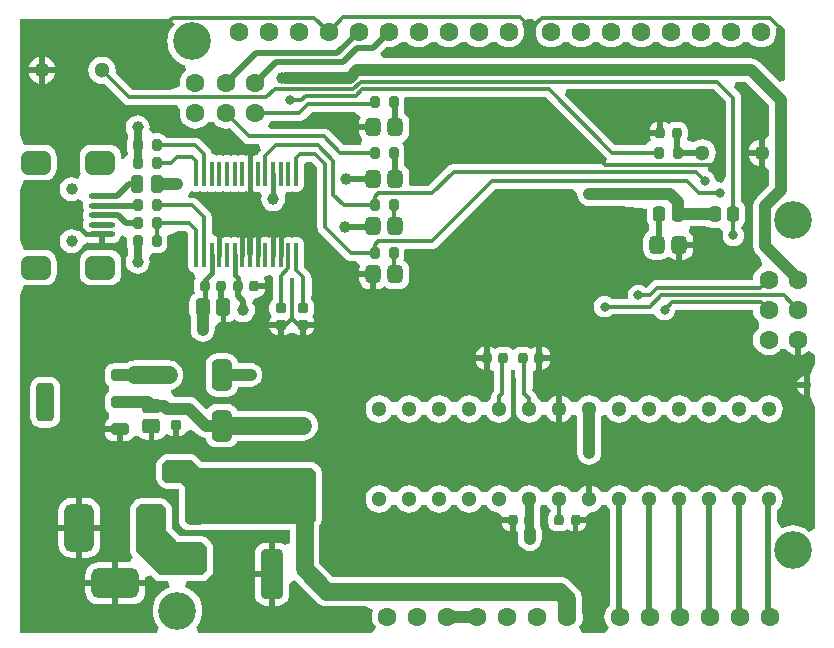
<source format=gtl>
%FSTAX43Y43*%
%MOMM*%
G71*
G01*
G75*
G04 Layer_Physical_Order=1*
G04 Layer_Color=16776960*
G04:AMPARAMS|DCode=10|XSize=0.9mm|YSize=0.8mm|CornerRadius=0.2mm|HoleSize=0mm|Usage=FLASHONLY|Rotation=90.000|XOffset=0mm|YOffset=0mm|HoleType=Round|Shape=RoundedRectangle|*
%AMROUNDEDRECTD10*
21,1,0.900,0.400,0,0,90.0*
21,1,0.500,0.800,0,0,90.0*
1,1,0.400,0.200,0.250*
1,1,0.400,0.200,-0.250*
1,1,0.400,-0.200,-0.250*
1,1,0.400,-0.200,0.250*
%
%ADD10ROUNDEDRECTD10*%
G04:AMPARAMS|DCode=11|XSize=4.3mm|YSize=1.9mm|CornerRadius=0.475mm|HoleSize=0mm|Usage=FLASHONLY|Rotation=270.000|XOffset=0mm|YOffset=0mm|HoleType=Round|Shape=RoundedRectangle|*
%AMROUNDEDRECTD11*
21,1,4.300,0.950,0,0,270.0*
21,1,3.350,1.900,0,0,270.0*
1,1,0.950,-0.475,-1.675*
1,1,0.950,-0.475,1.675*
1,1,0.950,0.475,1.675*
1,1,0.950,0.475,-1.675*
%
%ADD11ROUNDEDRECTD11*%
G04:AMPARAMS|DCode=12|XSize=1.5mm|YSize=1.25mm|CornerRadius=0.313mm|HoleSize=0mm|Usage=FLASHONLY|Rotation=0.000|XOffset=0mm|YOffset=0mm|HoleType=Round|Shape=RoundedRectangle|*
%AMROUNDEDRECTD12*
21,1,1.500,0.625,0,0,0.0*
21,1,0.875,1.250,0,0,0.0*
1,1,0.625,0.438,-0.313*
1,1,0.625,-0.438,-0.313*
1,1,0.625,-0.438,0.313*
1,1,0.625,0.438,0.313*
%
%ADD12ROUNDEDRECTD12*%
G04:AMPARAMS|DCode=13|XSize=0.9mm|YSize=0.8mm|CornerRadius=0.2mm|HoleSize=0mm|Usage=FLASHONLY|Rotation=180.000|XOffset=0mm|YOffset=0mm|HoleType=Round|Shape=RoundedRectangle|*
%AMROUNDEDRECTD13*
21,1,0.900,0.400,0,0,180.0*
21,1,0.500,0.800,0,0,180.0*
1,1,0.400,-0.250,0.200*
1,1,0.400,0.250,0.200*
1,1,0.400,0.250,-0.200*
1,1,0.400,-0.250,-0.200*
%
%ADD13ROUNDEDRECTD13*%
G04:AMPARAMS|DCode=14|XSize=1.5mm|YSize=1.25mm|CornerRadius=0.313mm|HoleSize=0mm|Usage=FLASHONLY|Rotation=90.000|XOffset=0mm|YOffset=0mm|HoleType=Round|Shape=RoundedRectangle|*
%AMROUNDEDRECTD14*
21,1,1.500,0.625,0,0,90.0*
21,1,0.875,1.250,0,0,90.0*
1,1,0.625,0.313,0.438*
1,1,0.625,0.313,-0.438*
1,1,0.625,-0.313,-0.438*
1,1,0.625,-0.313,0.438*
%
%ADD14ROUNDEDRECTD14*%
G04:AMPARAMS|DCode=15|XSize=2.65mm|YSize=1.75mm|CornerRadius=0.438mm|HoleSize=0mm|Usage=FLASHONLY|Rotation=90.000|XOffset=0mm|YOffset=0mm|HoleType=Round|Shape=RoundedRectangle|*
%AMROUNDEDRECTD15*
21,1,2.650,0.875,0,0,90.0*
21,1,1.775,1.750,0,0,90.0*
1,1,0.875,0.438,0.887*
1,1,0.875,0.438,-0.887*
1,1,0.875,-0.438,-0.887*
1,1,0.875,-0.438,0.887*
%
%ADD15ROUNDEDRECTD15*%
G04:AMPARAMS|DCode=16|XSize=3.28mm|YSize=1.5mm|CornerRadius=0.375mm|HoleSize=0mm|Usage=FLASHONLY|Rotation=270.000|XOffset=0mm|YOffset=0mm|HoleType=Round|Shape=RoundedRectangle|*
%AMROUNDEDRECTD16*
21,1,3.280,0.750,0,0,270.0*
21,1,2.530,1.500,0,0,270.0*
1,1,0.750,-0.375,-1.265*
1,1,0.750,-0.375,1.265*
1,1,0.750,0.375,1.265*
1,1,0.750,0.375,-1.265*
%
%ADD16ROUNDEDRECTD16*%
G04:AMPARAMS|DCode=17|XSize=1mm|YSize=1.5mm|CornerRadius=0.25mm|HoleSize=0mm|Usage=FLASHONLY|Rotation=270.000|XOffset=0mm|YOffset=0mm|HoleType=Round|Shape=RoundedRectangle|*
%AMROUNDEDRECTD17*
21,1,1.000,1.000,0,0,270.0*
21,1,0.500,1.500,0,0,270.0*
1,1,0.500,-0.500,-0.250*
1,1,0.500,-0.500,0.250*
1,1,0.500,0.500,0.250*
1,1,0.500,0.500,-0.250*
%
%ADD17ROUNDEDRECTD17*%
G04:AMPARAMS|DCode=18|XSize=1.3mm|YSize=1mm|CornerRadius=0.25mm|HoleSize=0mm|Usage=FLASHONLY|Rotation=270.000|XOffset=0mm|YOffset=0mm|HoleType=Round|Shape=RoundedRectangle|*
%AMROUNDEDRECTD18*
21,1,1.300,0.500,0,0,270.0*
21,1,0.800,1.000,0,0,270.0*
1,1,0.500,-0.250,-0.400*
1,1,0.500,-0.250,0.400*
1,1,0.500,0.250,0.400*
1,1,0.500,0.250,-0.400*
%
%ADD18ROUNDEDRECTD18*%
G04:AMPARAMS|DCode=19|XSize=1.5mm|YSize=1.3mm|CornerRadius=0.325mm|HoleSize=0mm|Usage=FLASHONLY|Rotation=90.000|XOffset=0mm|YOffset=0mm|HoleType=Round|Shape=RoundedRectangle|*
%AMROUNDEDRECTD19*
21,1,1.500,0.650,0,0,90.0*
21,1,0.850,1.300,0,0,90.0*
1,1,0.650,0.325,0.425*
1,1,0.650,0.325,-0.425*
1,1,0.650,-0.325,-0.425*
1,1,0.650,-0.325,0.425*
%
%ADD19ROUNDEDRECTD19*%
G04:AMPARAMS|DCode=20|XSize=0.8mm|YSize=1mm|CornerRadius=0.2mm|HoleSize=0mm|Usage=FLASHONLY|Rotation=180.000|XOffset=0mm|YOffset=0mm|HoleType=Round|Shape=RoundedRectangle|*
%AMROUNDEDRECTD20*
21,1,0.800,0.600,0,0,180.0*
21,1,0.400,1.000,0,0,180.0*
1,1,0.400,-0.200,0.300*
1,1,0.400,0.200,0.300*
1,1,0.400,0.200,-0.300*
1,1,0.400,-0.200,-0.300*
%
%ADD20ROUNDEDRECTD20*%
%ADD21O,0.400X2.100*%
G04:AMPARAMS|DCode=22|XSize=1.6mm|YSize=0.4mm|CornerRadius=0.1mm|HoleSize=0mm|Usage=FLASHONLY|Rotation=270.000|XOffset=0mm|YOffset=0mm|HoleType=Round|Shape=RoundedRectangle|*
%AMROUNDEDRECTD22*
21,1,1.600,0.200,0,0,270.0*
21,1,1.400,0.400,0,0,270.0*
1,1,0.200,-0.100,-0.700*
1,1,0.200,-0.100,0.700*
1,1,0.200,0.100,0.700*
1,1,0.200,0.100,-0.700*
%
%ADD22ROUNDEDRECTD22*%
G04:AMPARAMS|DCode=23|XSize=2.5mm|YSize=2mm|CornerRadius=0.5mm|HoleSize=0mm|Usage=FLASHONLY|Rotation=180.000|XOffset=0mm|YOffset=0mm|HoleType=Round|Shape=RoundedRectangle|*
%AMROUNDEDRECTD23*
21,1,2.500,1.000,0,0,180.0*
21,1,1.500,2.000,0,0,180.0*
1,1,1.000,-0.750,0.500*
1,1,1.000,0.750,0.500*
1,1,1.000,0.750,-0.500*
1,1,1.000,-0.750,-0.500*
%
%ADD23ROUNDEDRECTD23*%
%ADD24O,2.250X0.500*%
G04:AMPARAMS|DCode=25|XSize=1.5mm|YSize=1mm|CornerRadius=0.25mm|HoleSize=0mm|Usage=FLASHONLY|Rotation=90.000|XOffset=0mm|YOffset=0mm|HoleType=Round|Shape=RoundedRectangle|*
%AMROUNDEDRECTD25*
21,1,1.500,0.500,0,0,90.0*
21,1,1.000,1.000,0,0,90.0*
1,1,0.500,0.250,0.500*
1,1,0.500,0.250,-0.500*
1,1,0.500,-0.250,-0.500*
1,1,0.500,-0.250,0.500*
%
%ADD25ROUNDEDRECTD25*%
%ADD26C,0.300*%
%ADD27C,0.400*%
%ADD28C,0.500*%
%ADD29C,1.000*%
%ADD30C,1.500*%
%ADD31C,0.800*%
%ADD32C,0.700*%
%ADD33C,1.000*%
%ADD34C,1.300*%
%ADD35C,1.600*%
G04:AMPARAMS|DCode=36|XSize=2.54mm|YSize=4.064mm|CornerRadius=0.635mm|HoleSize=0mm|Usage=FLASHONLY|Rotation=0.000|XOffset=0mm|YOffset=0mm|HoleType=Round|Shape=RoundedRectangle|*
%AMROUNDEDRECTD36*
21,1,2.540,2.794,0,0,0.0*
21,1,1.270,4.064,0,0,0.0*
1,1,1.270,0.635,-1.397*
1,1,1.270,-0.635,-1.397*
1,1,1.270,-0.635,1.397*
1,1,1.270,0.635,1.397*
%
%ADD36ROUNDEDRECTD36*%
G04:AMPARAMS|DCode=37|XSize=4.064mm|YSize=2.54mm|CornerRadius=0.635mm|HoleSize=0mm|Usage=FLASHONLY|Rotation=0.000|XOffset=0mm|YOffset=0mm|HoleType=Round|Shape=RoundedRectangle|*
%AMROUNDEDRECTD37*
21,1,4.064,1.270,0,0,0.0*
21,1,2.794,2.540,0,0,0.0*
1,1,1.270,1.397,-0.635*
1,1,1.270,-1.397,-0.635*
1,1,1.270,-1.397,0.635*
1,1,1.270,1.397,0.635*
%
%ADD37ROUNDEDRECTD37*%
%ADD38C,0.700*%
%ADD39C,0.800*%
%ADD40C,3.200*%
G36*
X0098514Y0083756D02*
Y007739D01*
X0098371Y0077046D01*
X0098142Y0076845D01*
X0097674Y0077021D01*
X0097651Y0077197D01*
X009756Y0077416D01*
X0097416Y0077604D01*
X0097228Y0077748D01*
X0097016Y0077836D01*
Y0077894D01*
X0097078Y0078361D01*
X00971Y007837D01*
X009734Y0078555D01*
X0097525Y0078795D01*
X009764Y0079075D01*
X009768Y0079375D01*
X009764Y0079675D01*
X0097525Y0079955D01*
X009734Y0080195D01*
X00971Y008038D01*
X009682Y0080495D01*
X009652Y0080535D01*
X009622Y0080495D01*
X009594Y008038D01*
X0095841Y0080303D01*
X0095347Y0080385D01*
X0095239Y0080547D01*
X0095258Y0080593D01*
X0095282Y0080776D01*
Y0081276D01*
X0095258Y0081459D01*
X0095187Y0081629D01*
X0095075Y0081775D01*
X0094929Y0081887D01*
X0094759Y0081958D01*
X0094576Y0081982D01*
X0094176D01*
X0093993Y0081958D01*
X0093823Y0081887D01*
X0093677Y0081775D01*
D01*
X0093529Y0081887D01*
D01*
X0093529Y0081887D01*
Y0081887D01*
X0093359Y0081958D01*
X0093226Y0081975D01*
Y0081026D01*
X0092976D01*
Y0080776D01*
X009207D01*
X0092094Y0080593D01*
X0092155Y0080446D01*
X0092113Y0080383D01*
X0091653Y0080031D01*
X0089172D01*
X0084912Y008429D01*
X0085104Y0084752D01*
X0097518D01*
X0098514Y0083756D01*
D02*
G37*
G36*
X0067604Y0082401D02*
X0067521Y00822D01*
X0067493Y0081985D01*
Y008181D01*
X006865D01*
Y008131D01*
X0067493D01*
Y0081135D01*
X0067521Y008092D01*
X0067604Y0080719D01*
X0067737Y0080547D01*
X0067759Y0080529D01*
X0067599Y0080056D01*
X006616D01*
X006498Y0081236D01*
X0064844Y008134D01*
X0064765Y0081373D01*
X0064686Y0081405D01*
X0064516Y0081428D01*
X0059934D01*
X0059847Y0081534D01*
X0059791Y0081652D01*
X0060059Y0082074D01*
X006241D01*
X006258Y0082097D01*
X0062659Y0082129D01*
X0062738Y0082162D01*
X0062874Y0082266D01*
X0063454Y0082847D01*
X0067023D01*
X0067604Y0082401D01*
D02*
G37*
G36*
X00511Y00493D02*
Y00474D01*
X0052Y00465D01*
X00521Y00464D01*
X00542D01*
X00546Y0046D01*
Y0044D01*
X00542Y00436D01*
X00506D01*
X00486Y00456D01*
Y00493D01*
X00489Y00496D01*
X00508D01*
X00511Y00493D01*
D02*
G37*
G36*
X0053975Y0052705D02*
X00635D01*
X0063818Y0052388D01*
Y004826D01*
X00635Y0047943D01*
X0053022D01*
X0052705Y004826D01*
Y0051118D01*
X0052388Y0051435D01*
X0051118D01*
X00508Y0051752D01*
Y0053022D01*
X0051118Y005334D01*
X005334D01*
X0053975Y0052705D01*
D02*
G37*
G36*
X004595Y0071744D02*
X0046575D01*
X0046771Y0071769D01*
X0046953Y0071845D01*
X004711Y0071965D01*
X004723Y0072122D01*
X0047306Y0072304D01*
X0047312Y0072351D01*
X0047376Y00724D01*
X0047824Y0072179D01*
Y0071582D01*
X0047848Y0071399D01*
X0047873Y007134D01*
Y0070667D01*
X0047857Y0070646D01*
X0047779Y007046D01*
X0047279D01*
X0047199Y0070654D01*
X0047038Y0070863D01*
X0046829Y0071023D01*
X0046586Y0071124D01*
X0046325Y0071159D01*
X0044825D01*
X0044564Y0071124D01*
X0044321Y0071023D01*
X0044253Y0071046D01*
X0044048Y0071502D01*
X0044092Y0071609D01*
X0044554Y0071801D01*
X0044629Y0071769D01*
X0044825Y0071744D01*
X004545D01*
Y00725D01*
X004595D01*
Y0071744D01*
D02*
G37*
G36*
X0088436Y0078911D02*
X0088463Y0078891D01*
X0088302Y0078418D01*
X0075476D01*
X0075306Y0078395D01*
X0075227Y0078363D01*
X0075148Y007833D01*
X0075012Y0078226D01*
X0073388Y0076602D01*
X0071859D01*
X0071707Y0076775D01*
Y0077625D01*
X0071679Y007784D01*
X0071596Y0078041D01*
X0071463Y0078213D01*
X0071306Y0078334D01*
Y007925D01*
X0071306Y0079253D01*
Y00797D01*
X0071282Y0079883D01*
X0071211Y0080053D01*
X0071099Y0080199D01*
X0071291Y0080414D01*
X0071291D01*
X0071291Y0080414D01*
X0071463Y0080547D01*
X0071596Y0080719D01*
X0071679Y008092D01*
X0071707Y0081135D01*
Y0081985D01*
X0071679Y00822D01*
X0071596Y0082401D01*
X0071463Y0082573D01*
X0071306Y0082694D01*
Y008355D01*
X0071306Y0083553D01*
Y0084D01*
X0071389Y0084094D01*
X0083253D01*
X0088436Y0078911D01*
D02*
G37*
G36*
X0082611Y0090344D02*
X0082628Y0090316D01*
X0082513Y00901D01*
X0082439Y0089855D01*
X0082414Y00896D01*
X0082439Y0089345D01*
X0082513Y00891D01*
X0082634Y0088874D01*
X0082796Y0088676D01*
X0082994Y0088514D01*
X008322Y0088393D01*
X0083465Y0088319D01*
X008372Y0088294D01*
X0083975Y0088319D01*
X008422Y0088393D01*
X0084446Y0088514D01*
X0084644Y0088676D01*
X008474Y0088794D01*
X008524D01*
X0085336Y0088676D01*
X0085534Y0088514D01*
X008576Y0088393D01*
X0086005Y0088319D01*
X008626Y0088294D01*
X0086515Y0088319D01*
X008676Y0088393D01*
X0086986Y0088514D01*
X0087184Y0088676D01*
X008728Y0088794D01*
X008778D01*
X0087876Y0088676D01*
X0088074Y0088514D01*
X00883Y0088393D01*
X0088545Y0088319D01*
X00888Y0088294D01*
X0089055Y0088319D01*
X00893Y0088393D01*
X0089526Y0088514D01*
X0089724Y0088676D01*
X008982Y0088794D01*
X009032D01*
X0090416Y0088676D01*
X0090614Y0088514D01*
X009084Y0088393D01*
X0091085Y0088319D01*
X009134Y0088294D01*
X0091595Y0088319D01*
X009184Y0088393D01*
X0092066Y0088514D01*
X0092264Y0088676D01*
X009236Y0088794D01*
X009286D01*
X0092956Y0088676D01*
X0093154Y0088514D01*
X009338Y0088393D01*
X0093625Y0088319D01*
X009388Y0088294D01*
X0094135Y0088319D01*
X009438Y0088393D01*
X0094606Y0088514D01*
X0094804Y0088676D01*
X00949Y0088794D01*
X00954D01*
X0095496Y0088676D01*
X0095694Y0088514D01*
X009592Y0088393D01*
X0096165Y0088319D01*
X009642Y0088294D01*
X0096675Y0088319D01*
X009692Y0088393D01*
X0097146Y0088514D01*
X0097344Y0088676D01*
X009744Y0088794D01*
X009794D01*
X0098036Y0088676D01*
X0098234Y0088514D01*
X009846Y0088393D01*
X0098705Y0088319D01*
X009896Y0088294D01*
X0099215Y0088319D01*
X009946Y0088393D01*
X0099686Y0088514D01*
X0099884Y0088676D01*
X009998Y0088794D01*
X010048D01*
X0100576Y0088676D01*
X0100774Y0088514D01*
X0101Y0088393D01*
X0101245Y0088319D01*
X01015Y0088294D01*
X0101755Y0088319D01*
X0102Y0088393D01*
X0102226Y0088514D01*
X0102424Y0088676D01*
X0102586Y0088874D01*
X0102707Y00891D01*
X0102781Y0089345D01*
X0102806Y00896D01*
X0102781Y0089855D01*
X0102755Y0089942D01*
X0103184Y0090199D01*
X0103544Y0089838D01*
Y0085543D01*
X0103082Y0085351D01*
X0101361Y0087073D01*
X0101152Y0087233D01*
X0100909Y0087334D01*
X0100647Y0087369D01*
X0069472D01*
X006928Y0087831D01*
X0069765Y0088315D01*
X006998Y0088294D01*
X0070235Y0088319D01*
X007048Y0088393D01*
X0070706Y0088514D01*
X0070904Y0088676D01*
X0071Y0088794D01*
X00715D01*
X0071596Y0088676D01*
X0071794Y0088514D01*
X007202Y0088393D01*
X0072265Y0088319D01*
X007252Y0088294D01*
X0072775Y0088319D01*
X007302Y0088393D01*
X0073246Y0088514D01*
X0073444Y0088676D01*
X007354Y0088794D01*
X007404D01*
X0074136Y0088676D01*
X0074334Y0088514D01*
X007456Y0088393D01*
X0074805Y0088319D01*
X007506Y0088294D01*
X0075315Y0088319D01*
X007556Y0088393D01*
X0075786Y0088514D01*
X0075984Y0088676D01*
X007608Y0088794D01*
X007658D01*
X0076676Y0088676D01*
X0076874Y0088514D01*
X00771Y0088393D01*
X0077345Y0088319D01*
X00776Y0088294D01*
X0077855Y0088319D01*
X00781Y0088393D01*
X0078326Y0088514D01*
X0078524Y0088676D01*
X007862Y0088794D01*
X007912D01*
X0079216Y0088676D01*
X0079414Y0088514D01*
X007964Y0088393D01*
X0079885Y0088319D01*
X008014Y0088294D01*
X0080395Y0088319D01*
X008064Y0088393D01*
X0080866Y0088514D01*
X0081064Y0088676D01*
X0081226Y0088874D01*
X0081347Y00891D01*
X0081421Y0089345D01*
X0081446Y00896D01*
X0081421Y0089855D01*
X0081347Y00901D01*
X0081232Y0090316D01*
X0081249Y0090344D01*
X0081736Y0090744D01*
X0082124D01*
X0082611Y0090344D01*
D02*
G37*
G36*
X005185Y009029D02*
X0051636Y0090038D01*
X0051463Y0089756D01*
X0051337Y0089451D01*
X0051259Y008913D01*
X0051234Y00888D01*
X0051259Y008847D01*
X0051337Y0088149D01*
X0051463Y0087844D01*
X0051636Y0087562D01*
X005185Y008731D01*
X0052102Y0087096D01*
X0052384Y0086923D01*
X0052689Y0086797D01*
X0052702Y0086794D01*
X0052814Y0086306D01*
X0052676Y0086194D01*
X0052514Y0085996D01*
X0052393Y008577D01*
X0052319Y0085525D01*
X0052294Y008527D01*
X0052311Y0085096D01*
X0052207Y0084981D01*
X0051364Y0084726D01*
X0048282D01*
X0046853Y0086154D01*
X004688Y008636D01*
X004684Y008666D01*
X0046725Y008694D01*
X004654Y008718D01*
X00463Y0087365D01*
X004602Y008748D01*
X004572Y008752D01*
X004542Y008748D01*
X004514Y0087365D01*
X00449Y008718D01*
X0044715Y008694D01*
X00446Y008666D01*
X004456Y008636D01*
X00446Y008606D01*
X0044715Y008578D01*
X00449Y008554D01*
X004514Y0085355D01*
X004542Y008524D01*
X004572Y00852D01*
X0045926Y0085227D01*
X0047546Y0083606D01*
X0047682Y0083502D01*
X0047775Y0083464D01*
X004784Y0083437D01*
X004801Y0083414D01*
X0052029D01*
X0052327Y0083013D01*
X0052319Y0082985D01*
X0052294Y008273D01*
X0052319Y0082475D01*
X0052393Y008223D01*
X0052514Y0082004D01*
X0052676Y0081806D01*
X0052874Y0081644D01*
X00531Y0081523D01*
X0053345Y0081449D01*
X00536Y0081424D01*
X0053855Y0081449D01*
X00541Y0081523D01*
X0054326Y0081644D01*
X0054524Y0081806D01*
X005465Y008196D01*
X005515D01*
X0055276Y0081806D01*
X0055474Y0081644D01*
X00557Y0081523D01*
X0055945Y0081449D01*
X00562Y0081424D01*
X0056455Y0081449D01*
X0056531Y0081472D01*
X0057694Y0080308D01*
X005783Y0080204D01*
X0057942Y0080158D01*
X0057988Y0080139D01*
X0058158Y0080116D01*
X0058978D01*
X0059169Y0079654D01*
X0059073Y0079559D01*
X0058969Y0079423D01*
X0058945Y0079364D01*
X0058904Y0079265D01*
X0058892Y0079178D01*
X0058887Y0079174D01*
X0058704Y007915D01*
X0058562Y0079091D01*
X005842Y007915D01*
X0058237Y0079174D01*
X0058054Y007915D01*
X0057912Y0079091D01*
X005777Y007915D01*
X0057587Y0079174D01*
X0057404Y007915D01*
X0057262Y0079091D01*
X005712Y007915D01*
X0056937Y0079174D01*
X0056754Y007915D01*
X0056612Y0079091D01*
X005647Y007915D01*
X0056287Y0079174D01*
X0056104Y007915D01*
X0055962Y0079091D01*
X005582Y007915D01*
X0055637Y0079174D01*
X0055454Y007915D01*
X005541Y0079132D01*
X0054977Y0079382D01*
X005497Y0079437D01*
X0054943Y0079502D01*
X0054905Y0079595D01*
X0054801Y0079731D01*
X0054058Y0080474D01*
X0053922Y0080578D01*
X0053843Y0080611D01*
X0053764Y0080643D01*
X0053594Y0080666D01*
X0051139D01*
X0051029Y0080809D01*
X0050883Y0080921D01*
X0050713Y0080992D01*
X005053Y0081016D01*
X005013D01*
X0050069Y0081008D01*
X0049716Y0081362D01*
X0049739Y0081534D01*
X0049704Y0081795D01*
X0049604Y0082038D01*
X0049443Y0082247D01*
X0049234Y0082408D01*
X0048991Y0082508D01*
X004873Y0082543D01*
X0048469Y0082508D01*
X0048226Y0082408D01*
X0048017Y0082247D01*
X0047857Y0082038D01*
X0047756Y0081795D01*
X0047721Y0081534D01*
X0047756Y0081273D01*
X0047857Y008103D01*
X0047873Y0081009D01*
Y0080552D01*
X0047848Y0080493D01*
X0047824Y008031D01*
Y007971D01*
X0047848Y0079527D01*
X0047873Y0079468D01*
Y0079214D01*
X0047508Y0078873D01*
X0047334Y0078884D01*
Y007905D01*
X0047299Y0079311D01*
X0047199Y0079554D01*
X0047038Y0079763D01*
X0046829Y0079924D01*
X0046586Y0080024D01*
X0046325Y0080059D01*
X0044825D01*
X0044564Y0080024D01*
X0044321Y0079924D01*
X0044112Y0079763D01*
X0043951Y0079554D01*
X0043851Y0079311D01*
X0043816Y007905D01*
Y007805D01*
X0043851Y0077789D01*
X0043907Y0077652D01*
X0043702Y0077197D01*
X0043634Y0077174D01*
X0043391Y0077274D01*
X004313Y0077309D01*
X0042869Y0077274D01*
X0042626Y0077174D01*
X0042417Y0077013D01*
X0042257Y0076804D01*
X0042156Y0076561D01*
X0042121Y00763D01*
X0042156Y0076039D01*
X0042257Y0075796D01*
X0042417Y0075587D01*
X0042626Y0075426D01*
X0042869Y0075326D01*
X004313Y0075291D01*
X0043391Y0075326D01*
X0043634Y0075426D01*
X0043682Y0075463D01*
X004387Y0075413D01*
X004414Y0075206D01*
X0044094Y0075096D01*
X0044069Y00749D01*
X0044094Y0074704D01*
X004417Y0074522D01*
X0044187Y00745D01*
X004417Y0074478D01*
X0044094Y0074296D01*
X0044069Y00741D01*
X0044094Y0073904D01*
X004417Y0073722D01*
X0044187Y00737D01*
X004417Y0073678D01*
X0044094Y0073496D01*
X0044069Y00733D01*
X0044094Y0073104D01*
X004414Y0072994D01*
X004387Y0072787D01*
X0043682Y0072737D01*
X0043634Y0072773D01*
X0043391Y0072874D01*
X004313Y0072909D01*
X0042869Y0072874D01*
X0042626Y0072773D01*
X0042417Y0072613D01*
X0042257Y0072404D01*
X0042156Y0072161D01*
X0042121Y00719D01*
X0042156Y0071639D01*
X0042257Y0071396D01*
X0042417Y0071187D01*
X0042626Y0071026D01*
X0042869Y0070926D01*
X004313Y0070891D01*
X0043391Y0070926D01*
X0043634Y0071026D01*
X0043702Y0071004D01*
X0043907Y0070548D01*
X0043851Y0070411D01*
X0043816Y007015D01*
Y006915D01*
X0043851Y0068889D01*
X0043951Y0068646D01*
X0044112Y0068437D01*
X0044321Y0068276D01*
X0044564Y0068176D01*
X0044825Y0068141D01*
X0046325D01*
X0046586Y0068176D01*
X0046829Y0068276D01*
X0047038Y0068437D01*
X0047199Y0068646D01*
X0047299Y0068889D01*
X0047334Y006915D01*
Y0069619D01*
X0047824Y0069716D01*
X0047857Y0069638D01*
X0048017Y0069429D01*
X0048226Y0069269D01*
X0048469Y0069168D01*
X004873Y0069133D01*
X0048991Y0069168D01*
X0049234Y0069269D01*
X0049443Y0069429D01*
X0049604Y0069638D01*
X0049704Y0069881D01*
X0049739Y0070142D01*
X0049704Y0070403D01*
X0049664Y0070501D01*
X0049968Y0070897D01*
X005013Y0070876D01*
X005053D01*
X0050713Y00709D01*
X0050883Y0070971D01*
X0051029Y0071083D01*
X0051141Y0071229D01*
X0051212Y0071399D01*
X0051236Y0071582D01*
Y0072182D01*
X0051212Y0072365D01*
X0052143Y007275D01*
X0052814D01*
X0053031Y0072533D01*
Y0071814D01*
X0053005Y0071751D01*
X0052981Y0071568D01*
Y0069868D01*
X0053005Y0069685D01*
X0053076Y0069515D01*
X0053188Y0069369D01*
X0053334Y0069257D01*
X00535Y0069188D01*
X0053629Y0068705D01*
X0053607Y0068675D01*
X0053536Y0068505D01*
X0053512Y0068322D01*
Y0067822D01*
X0053536Y0067639D01*
X0053604Y0067476D01*
X0053521Y0067441D01*
X0053351Y0067311D01*
X0053221Y0067141D01*
X0053139Y0066944D01*
X0053111Y0066731D01*
Y0065856D01*
X0053139Y0065644D01*
X0053221Y0065447D01*
X0053234Y0065429D01*
Y0064375D01*
X0053269Y0064114D01*
X0053369Y0063871D01*
X005353Y0063662D01*
X0053739Y0063501D01*
X0053982Y0063401D01*
X0054243Y0063366D01*
X0054504Y0063401D01*
X0054747Y0063501D01*
X0054956Y0063662D01*
X0055117Y0063871D01*
X0055217Y0064114D01*
X0055252Y0064375D01*
Y0064542D01*
X0055364Y0064813D01*
X0055628Y0065044D01*
X0055681Y0065037D01*
X0055743D01*
Y0066294D01*
X0056243D01*
Y0065037D01*
X0056306D01*
X0056518Y0065065D01*
X0056715Y0065147D01*
X0056885Y0065277D01*
X0056923Y0065327D01*
X0056945D01*
X0057154Y0065166D01*
X0057397Y0065066D01*
X0057658Y0065031D01*
X0057919Y0065066D01*
X0058162Y0065166D01*
X0058371Y0065327D01*
X0058532Y0065536D01*
X0058632Y0065779D01*
X0058667Y006604D01*
X0058632Y0066301D01*
X0058532Y0066544D01*
X0058437Y0066668D01*
X0058654Y0067108D01*
X0058674Y0067116D01*
X0058812D01*
X0058995Y006714D01*
X0059165Y0067211D01*
X0059311Y0067323D01*
X0059423Y0067469D01*
X0059494Y0067639D01*
X0059518Y0067822D01*
X0058612D01*
Y0068322D01*
X0059518D01*
X0059494Y0068505D01*
X0059423Y0068675D01*
X0059399Y0068707D01*
X0059502Y0068956D01*
X0059992Y0069054D01*
X0060172Y0068874D01*
X0060165Y0068857D01*
X0060145Y00687D01*
Y00673D01*
X0060165Y0067143D01*
X0060194Y0067073D01*
Y0067012D01*
X0060089Y0066931D01*
X0059977Y0066785D01*
X0059906Y0066615D01*
X0059882Y0066432D01*
Y0066032D01*
X0059906Y0065849D01*
X0059977Y0065679D01*
X0059977D01*
X0059977Y0065679D01*
D01*
X0060089Y0065531D01*
X0059977Y0065385D01*
X0059906Y0065215D01*
X0059889Y0065082D01*
X0060838D01*
Y0064832D01*
X0061088D01*
Y0063926D01*
X0061271Y006395D01*
X0061441Y0064021D01*
X0061587Y0064133D01*
X0061989Y0064133D01*
X0061989Y0064133D01*
X0062135Y0064021D01*
X0062305Y006395D01*
X0062488Y0063926D01*
Y0064832D01*
X0062738D01*
Y0065082D01*
X0063687D01*
X006367Y0065215D01*
X0063599Y0065385D01*
X0063487Y0065531D01*
X0063599Y0065679D01*
D01*
X0063599Y0065679D01*
X0063599D01*
X006367Y0065849D01*
X0063694Y0066032D01*
Y0066432D01*
X006367Y0066615D01*
X0063599Y0066785D01*
X0063487Y0066931D01*
X0063406Y0066994D01*
Y0067073D01*
X0063435Y0067143D01*
X0063455Y00673D01*
Y00687D01*
X0063435Y0068857D01*
X0063385Y0068975D01*
X0063383Y0068992D01*
X0063364Y0069038D01*
X0063318Y006915D01*
X0063214Y0069286D01*
X0062817Y0069682D01*
X0062819Y0069685D01*
X0062843Y0069868D01*
Y0071568D01*
X0062819Y0071751D01*
X0062748Y0071921D01*
X0062636Y0072067D01*
X006249Y0072179D01*
X006232Y007225D01*
X0062137Y0072274D01*
X0061954Y007225D01*
X0061812Y0072191D01*
X006167Y007225D01*
X0061487Y0072274D01*
X0061304Y007225D01*
X0061162Y0072191D01*
X006102Y007225D01*
X0060837Y0072274D01*
X0060654Y007225D01*
X0060512Y0072191D01*
X006037Y007225D01*
X0060187Y0072274D01*
X0060004Y007225D01*
X0059862Y0072191D01*
X005972Y007225D01*
X0059537Y0072274D01*
X0059354Y007225D01*
X0059212Y0072191D01*
X005907Y007225D01*
X0058887Y0072274D01*
X0058704Y007225D01*
X0058562Y0072191D01*
X0058487Y0072222D01*
Y0070718D01*
X0057987D01*
Y0072222D01*
X0057912Y0072191D01*
X005777Y007225D01*
X0057587Y0072274D01*
X0057404Y007225D01*
X0057262Y0072191D01*
X005712Y007225D01*
X0056937Y0072274D01*
X0056754Y007225D01*
X0056612Y0072191D01*
X005647Y007225D01*
X0056287Y0072274D01*
X0056104Y007225D01*
X0055962Y0072191D01*
X005582Y007225D01*
X0055637Y0072274D01*
X0055454Y007225D01*
X0055408Y0072231D01*
X0054993Y0072509D01*
Y0073933D01*
X005497Y0074103D01*
X0054951Y0074149D01*
X0054905Y0074261D01*
X0054801Y0074397D01*
X0053804Y0075394D01*
X0053668Y0075498D01*
X0053589Y0075531D01*
X005351Y0075563D01*
X005334Y0075586D01*
X0053097D01*
X0052983Y0075735D01*
X005323Y0076169D01*
X0053334Y0076157D01*
X0053504Y0076086D01*
X0053687Y0076062D01*
X005387Y0076086D01*
X0054012Y0076145D01*
X0054154Y0076086D01*
X0054337Y0076062D01*
X005452Y0076086D01*
X0054662Y0076145D01*
X0054804Y0076086D01*
X0054987Y0076062D01*
X005517Y0076086D01*
X0055312Y0076145D01*
X0055454Y0076086D01*
X0055637Y0076062D01*
X005582Y0076086D01*
X0055962Y0076145D01*
X0056104Y0076086D01*
X0056287Y0076062D01*
X005647Y0076086D01*
X0056612Y0076145D01*
X0056754Y0076086D01*
X0056937Y0076062D01*
X005712Y0076086D01*
X0057262Y0076145D01*
X0057404Y0076086D01*
X0057587Y0076062D01*
X005777Y0076086D01*
X0057912Y0076145D01*
X0058054Y0076086D01*
X0058237Y0076062D01*
X005842Y0076086D01*
X0058562Y0076145D01*
X0058704Y0076086D01*
X0058887Y0076062D01*
X005907Y0076086D01*
X005907Y0076086D01*
D01*
X0059224Y0075699D01*
X0059189Y0075438D01*
X0059224Y0075177D01*
X0059325Y0074934D01*
X0059485Y0074725D01*
X0059694Y0074564D01*
X0059937Y0074464D01*
X0060198Y0074429D01*
X0060459Y0074464D01*
X0060702Y0074564D01*
X0060911Y0074725D01*
X0061071Y0074934D01*
X0061172Y0075177D01*
X0061207Y0075438D01*
X0061172Y0075699D01*
X0061304Y0076086D01*
D01*
X0061304Y0076086D01*
X0061487Y0076062D01*
X006167Y0076086D01*
X0061812Y0076145D01*
X0061954Y0076086D01*
X0062137Y0076062D01*
X006232Y0076086D01*
X006249Y0076157D01*
X0062636Y0076269D01*
X0062748Y0076415D01*
X0062819Y0076585D01*
X0062843Y0076768D01*
Y0078468D01*
X0062952Y0078592D01*
X0063482D01*
X0063944Y007813D01*
Y0073068D01*
X0063967Y0072898D01*
X0063994Y0072833D01*
X0064032Y007274D01*
X0064136Y0072604D01*
X0066338Y0070402D01*
X0066474Y0070298D01*
X0066586Y0070252D01*
X0066632Y0070233D01*
X0066802Y007021D01*
X0067234D01*
X0067302Y0070158D01*
X0067545Y0069795D01*
X0067517Y0069728D01*
X0067489Y0069513D01*
Y0069338D01*
X0068646D01*
Y0069088D01*
X0068896D01*
Y0067831D01*
X0068971D01*
X0069186Y0067859D01*
X0069387Y0067942D01*
X0069559Y0068075D01*
X0069633D01*
X0069805Y0067942D01*
X0070006Y0067859D01*
X0070221Y0067831D01*
X0070871D01*
X0071086Y0067859D01*
X0071287Y0067942D01*
X0071459Y0068075D01*
X0071592Y0068247D01*
X0071675Y0068448D01*
X0071703Y0068663D01*
Y0069513D01*
X0071675Y0069728D01*
X0071592Y0069929D01*
X0071459Y0070101D01*
X0071287Y0070234D01*
X0071226Y0070259D01*
X0071278Y0070383D01*
X0071302Y0070566D01*
Y0071166D01*
X0071355Y0071226D01*
X007366D01*
X007383Y0071249D01*
X0073909Y0071281D01*
X0073988Y0071314D01*
X0074124Y0071418D01*
X0079012Y0076306D01*
X0085628D01*
X0085958Y007593D01*
X0085951Y0075882D01*
X0085986Y0075621D01*
X0086087Y0075378D01*
X0086247Y0075169D01*
X0086456Y0075009D01*
X0086699Y0074908D01*
X008696Y0074874D01*
X0089631D01*
X0091833Y0074584D01*
Y0073784D01*
X0091859Y0073588D01*
X0091934Y0073406D01*
X0092055Y0073249D01*
X009206Y0073245D01*
X0091995Y0072749D01*
X0091948Y007273D01*
X0091776Y0072597D01*
X0091644Y0072425D01*
X0091561Y0072224D01*
X0091532Y0072009D01*
Y0071159D01*
X0091561Y0070944D01*
X0091644Y0070743D01*
X0091776Y0070571D01*
X0091948Y0070438D01*
X0092149Y0070355D01*
X0092365Y0070327D01*
X0093015D01*
X009323Y0070355D01*
X0093431Y0070438D01*
X0093603Y0070571D01*
X0093676D01*
X0093848Y0070438D01*
X0094049Y0070355D01*
X0094265Y0070327D01*
X009434D01*
Y0071584D01*
X009459D01*
Y0071834D01*
X0095747D01*
Y0072009D01*
X0095718Y0072224D01*
X0095635Y0072425D01*
X0095503Y0072597D01*
X0095367Y0072702D01*
X0095527Y0073175D01*
X0096881D01*
X0096941Y0073129D01*
X0097124Y0073053D01*
X009732Y0073028D01*
X009782D01*
X0098001Y0073051D01*
X0098305Y0072655D01*
X0098293Y0072625D01*
X0098262Y007239D01*
X0098293Y0072155D01*
X0098383Y0071936D01*
X0098528Y0071748D01*
X0098716Y0071604D01*
X0098935Y0071513D01*
X009917Y0071482D01*
X0099404Y0071513D01*
X0099623Y0071604D01*
X0099811Y0071748D01*
X0099956Y0071936D01*
X0100046Y0072155D01*
X0100077Y007239D01*
X0100046Y0072625D01*
X0099956Y0072844D01*
X0099825Y0073014D01*
X0099954Y0073249D01*
X0099954Y0073249D01*
X0099954D01*
X0100075Y0073406D01*
X010015Y0073588D01*
X0100176Y0073784D01*
Y0074584D01*
X010015Y007478D01*
X0100075Y0074962D01*
X0099954Y0075119D01*
X0099825Y0075218D01*
Y0084028D01*
X0099803Y0084198D01*
X0099776Y0084263D01*
X0099737Y0084356D01*
X0099633Y0084492D01*
X0099235Y0084889D01*
X0099427Y0085351D01*
X010023D01*
X0102179Y0083402D01*
Y0080838D01*
X010185Y0080549D01*
Y0079375D01*
Y0078201D01*
X0102179Y0077912D01*
Y0076618D01*
X0101137Y0075576D01*
X0100977Y0075367D01*
X0100876Y0075124D01*
X0100841Y0074863D01*
X0100841Y0074863D01*
X0100841D01*
X0100841Y0074863D01*
X0100841D01*
Y0071505D01*
X0100841Y0071505D01*
X0100841D01*
X0100876Y0071244D01*
X0100977Y0071001D01*
X0101137Y0070792D01*
X0101462Y0070466D01*
X0101595Y0070028D01*
X0101561Y0069799D01*
X0101424Y0069726D01*
X0101226Y0069564D01*
X0101064Y0069366D01*
X0100943Y006914D01*
X0100869Y0068895D01*
X0100844Y006864D01*
X0100808Y0068601D01*
X009271D01*
X009254Y0068578D01*
X0092382Y0068513D01*
X0092246Y0068409D01*
X0091803Y0067966D01*
X0091746D01*
X0091576Y0068096D01*
X0091357Y0068187D01*
X0091122Y0068218D01*
X0090888Y0068187D01*
X0090669Y0068096D01*
X0090481Y0067952D01*
X0090336Y0067764D01*
X0090246Y0067545D01*
X0090215Y006731D01*
D01*
D01*
D01*
X0090215Y006731D01*
X0090215Y006731D01*
X0090204Y0067013D01*
X0088889D01*
X0088719Y0067144D01*
X00885Y0067234D01*
X0088265Y0067265D01*
X008803Y0067234D01*
X0087811Y0067144D01*
X0087623Y0066999D01*
X0087479Y0066811D01*
X0087388Y0066592D01*
X0087357Y0066357D01*
X0087388Y0066123D01*
X0087479Y0065904D01*
X0087623Y0065716D01*
X0087811Y0065571D01*
X008803Y0065481D01*
X0088265Y006545D01*
X00885Y0065481D01*
X0088719Y0065571D01*
X0088889Y0065702D01*
X0092075D01*
X0092245Y0065724D01*
X0092324Y0065757D01*
X0092324Y0065757D01*
Y0065757D01*
X0092559Y0065646D01*
X0092703Y0065458D01*
X0092891Y0065314D01*
X009311Y0065223D01*
X0093345Y0065192D01*
X009358Y0065223D01*
X0093799Y0065314D01*
X0093987Y0065458D01*
X0094131Y0065646D01*
X0094222Y0065865D01*
X009425Y0066078D01*
X0094277Y0066104D01*
X010084D01*
X0100844Y00661D01*
X0100869Y0065845D01*
X0100943Y00656D01*
X0101064Y0065374D01*
X0101226Y0065176D01*
X0101344Y006508D01*
Y006458D01*
X0101226Y0064484D01*
X0101064Y0064286D01*
X0100943Y006406D01*
X0100869Y0063815D01*
X0100844Y006356D01*
X0100869Y0063305D01*
X0100943Y006306D01*
X0101064Y0062834D01*
X0101226Y0062636D01*
X0101424Y0062474D01*
X010165Y0062353D01*
X0101895Y0062279D01*
X010215Y0062254D01*
X0102405Y0062279D01*
X010265Y0062353D01*
X0102876Y0062474D01*
X0103074Y0062636D01*
X010315Y0062729D01*
X010365D01*
X0103726Y0062636D01*
X0103924Y0062474D01*
X010415Y0062353D01*
X0104395Y0062279D01*
X01044Y0062278D01*
Y006356D01*
X01049D01*
Y0062278D01*
X0104905Y0062279D01*
X010515Y0062353D01*
X0105376Y0062474D01*
X0105574Y0062636D01*
X0106044Y006225D01*
Y0061514D01*
X010566Y0060586D01*
Y005969D01*
Y0058794D01*
X0106044Y0057866D01*
Y0047513D01*
X0106021Y0047493D01*
X010559Y0047294D01*
X0105438Y0047424D01*
X0105156Y0047597D01*
X0104851Y0047723D01*
X010453Y0047801D01*
X01042Y0047826D01*
X010387Y0047801D01*
X0103549Y0047723D01*
X0103272Y0047609D01*
X0103212Y0047649D01*
X0102856Y0048229D01*
Y0049134D01*
X010302Y004926D01*
X0103205Y00495D01*
X010332Y004978D01*
X010336Y005008D01*
X010332Y005038D01*
X0103205Y005066D01*
X010302Y00509D01*
X010278Y0051085D01*
X01025Y00512D01*
X01022Y005124D01*
X01019Y00512D01*
X010162Y0051085D01*
X010138Y00509D01*
X0101195Y005066D01*
X010118Y0050623D01*
X010068D01*
X0100665Y005066D01*
X010048Y00509D01*
X010024Y0051085D01*
X009996Y00512D01*
X009966Y005124D01*
X009936Y00512D01*
X009908Y0051085D01*
X009884Y00509D01*
X0098655Y005066D01*
X009864Y0050623D01*
X009814D01*
X0098125Y005066D01*
X009794Y00509D01*
X00977Y0051085D01*
X009742Y00512D01*
X009712Y005124D01*
X009682Y00512D01*
X009654Y0051085D01*
X00963Y00509D01*
X0096115Y005066D01*
X00961Y0050623D01*
X00956D01*
X0095585Y005066D01*
X00954Y00509D01*
X009516Y0051085D01*
X009488Y00512D01*
X009458Y005124D01*
X009428Y00512D01*
X0094Y0051085D01*
X009376Y00509D01*
X0093575Y005066D01*
X009356Y0050623D01*
X009306D01*
X0093045Y005066D01*
X009286Y00509D01*
X009262Y0051085D01*
X009234Y00512D01*
X009204Y005124D01*
X009174Y00512D01*
X009146Y0051085D01*
X009122Y00509D01*
X0091035Y005066D01*
X009102Y0050623D01*
X009052D01*
X0090505Y005066D01*
X009032Y00509D01*
X009008Y0051085D01*
X00898Y00512D01*
X00895Y005124D01*
X00892Y00512D01*
X008892Y0051085D01*
X008868Y00509D01*
X0088495Y005066D01*
X008848Y0050623D01*
X008798D01*
X0087965Y005066D01*
X008778Y00509D01*
X008754Y0051085D01*
X008726Y00512D01*
X008721Y0051207D01*
Y005008D01*
X008671D01*
Y0051207D01*
X008666Y00512D01*
X008638Y0051085D01*
X008614Y00509D01*
X0085955Y005066D01*
X008594Y0050623D01*
X008544D01*
X0085425Y005066D01*
X008524Y00509D01*
X0085Y0051085D01*
X008472Y00512D01*
X008442Y005124D01*
X008412Y00512D01*
X008384Y0051085D01*
X00836Y00509D01*
X0083415Y005066D01*
X00834Y0050623D01*
X00829D01*
X0082885Y005066D01*
X00827Y00509D01*
X008246Y0051085D01*
X008218Y00512D01*
X008188Y005124D01*
X008158Y00512D01*
X00813Y0051085D01*
X008106Y00509D01*
X0080875Y005066D01*
X008086Y0050623D01*
X008036D01*
X0080345Y005066D01*
X008016Y00509D01*
X007992Y0051085D01*
X007964Y00512D01*
X007934Y005124D01*
X007904Y00512D01*
X007876Y0051085D01*
X007852Y00509D01*
X0078335Y005066D01*
X007832Y0050623D01*
X007782D01*
X0077805Y005066D01*
X007762Y00509D01*
X007738Y0051085D01*
X00771Y00512D01*
X00768Y005124D01*
X00765Y00512D01*
X007622Y0051085D01*
X007598Y00509D01*
X0075795Y005066D01*
X007578Y0050623D01*
X007528D01*
X0075265Y005066D01*
X007508Y00509D01*
X007484Y0051085D01*
X007456Y00512D01*
X007426Y005124D01*
X007396Y00512D01*
X007368Y0051085D01*
X007344Y00509D01*
X0073255Y005066D01*
X007324Y0050623D01*
X007274D01*
X0072725Y005066D01*
X007254Y00509D01*
X00723Y0051085D01*
X007202Y00512D01*
X007172Y005124D01*
X007142Y00512D01*
X007114Y0051085D01*
X00709Y00509D01*
X0070715Y005066D01*
X00707Y0050623D01*
X00702D01*
X0070185Y005066D01*
X007Y00509D01*
X006976Y0051085D01*
X006948Y00512D01*
X006918Y005124D01*
X006888Y00512D01*
X00686Y0051085D01*
X006836Y00509D01*
X0068175Y005066D01*
X006806Y005038D01*
X006802Y005008D01*
X006806Y004978D01*
X0068175Y00495D01*
X006836Y004926D01*
X00686Y0049075D01*
X006888Y004896D01*
X006918Y004892D01*
X006948Y004896D01*
X006976Y0049075D01*
X007Y004926D01*
X0070185Y00495D01*
X00702Y0049537D01*
X00707D01*
X0070715Y00495D01*
X00709Y004926D01*
X007114Y0049075D01*
X007142Y004896D01*
X007172Y004892D01*
X007202Y004896D01*
X00723Y0049075D01*
X007254Y004926D01*
X0072725Y00495D01*
X007274Y0049537D01*
X007324D01*
X0073255Y00495D01*
X007344Y004926D01*
X007368Y0049075D01*
X007396Y004896D01*
X007426Y004892D01*
X007456Y004896D01*
X007484Y0049075D01*
X007508Y004926D01*
X0075265Y00495D01*
X007528Y0049537D01*
X007578D01*
X0075795Y00495D01*
X007598Y004926D01*
X007622Y0049075D01*
X00765Y004896D01*
X00768Y004892D01*
X00771Y004896D01*
X007738Y0049075D01*
X007762Y004926D01*
X0077805Y00495D01*
X007782Y0049537D01*
X007832D01*
X0078335Y00495D01*
X007852Y004926D01*
X007876Y0049075D01*
X007904Y004896D01*
X007934Y004892D01*
D01*
Y004892D01*
X0079594Y004855D01*
X00805D01*
Y00483D01*
X008075D01*
Y0047335D01*
X0080906Y0047307D01*
Y0046673D01*
X0080906Y0046673D01*
X0080906D01*
X0080941Y0046411D01*
X0081041Y0046168D01*
X0081202Y0045959D01*
X0081411Y0045799D01*
X0081654Y0045698D01*
X0081915Y0045664D01*
X0082176Y0045698D01*
X0082419Y0045799D01*
X0082628Y0045959D01*
X0082788Y0046168D01*
X0082889Y0046411D01*
X0082924Y0046673D01*
Y0047307D01*
X0082889Y0047569D01*
X0082808Y0047765D01*
Y00483D01*
Y00494D01*
X0082885Y00495D01*
X00829Y0049537D01*
X00834D01*
X0083415Y00495D01*
X00836Y004926D01*
D01*
X0083701Y0049049D01*
X0083701D01*
X0083589Y0048903D01*
X0083518Y0048733D01*
X0083494Y004855D01*
Y004805D01*
X0083518Y0047867D01*
X0083589Y0047697D01*
X0083701Y0047551D01*
X0083847Y0047439D01*
X0084017Y0047368D01*
X00842Y0047344D01*
X00846D01*
X0084783Y0047368D01*
X0084953Y0047439D01*
X0085099Y0047551D01*
X0085099Y0047551D01*
Y0047551D01*
X0085247Y0047439D01*
D01*
X0085247Y0047439D01*
Y0047439D01*
X0085417Y0047368D01*
X008555Y0047351D01*
Y00483D01*
X00858D01*
Y004855D01*
X0086706D01*
X008696Y004892D01*
Y004892D01*
D01*
X008726Y004896D01*
X008754Y0049075D01*
X008778Y004926D01*
X0087965Y00495D01*
X008798Y0049537D01*
X008848D01*
X0088495Y00495D01*
X008868Y004926D01*
X0088744Y0049211D01*
Y004112D01*
X0088626Y0041024D01*
X0088464Y0040826D01*
X0088343Y00406D01*
X0088269Y0040355D01*
X0088244Y00401D01*
X0088269Y0039845D01*
X0088343Y00396D01*
X0088464Y0039374D01*
X0088601Y0039208D01*
X0088531Y003906D01*
X0088281Y0038756D01*
X0086389D01*
X0086139Y003906D01*
X0086069Y0039208D01*
X0086206Y0039374D01*
X0086327Y00396D01*
X0086401Y0039845D01*
X0086426Y00401D01*
X0086401Y0040355D01*
X0086376Y0040438D01*
Y0041562D01*
X0086352Y0041808D01*
X008628Y0042043D01*
X008624Y0042119D01*
X0086164Y004226D01*
X0086008Y0042451D01*
X0086008Y0042451D01*
X0085343Y0043116D01*
X0085153Y0043272D01*
X0084936Y0043388D01*
X00847Y0043459D01*
X0084455Y0043484D01*
X0084455Y0043484D01*
X006529D01*
X0064121Y0044653D01*
Y0047843D01*
X0064178Y00479D01*
X0064288Y0048065D01*
X0064327Y004826D01*
Y0052388D01*
X0064288Y0052583D01*
X0064178Y0052748D01*
X006386Y0053065D01*
X0063695Y0053176D01*
X00635Y0053215D01*
X0054186D01*
X00537Y00537D01*
X0053535Y0053811D01*
X005334Y005385D01*
X0051118D01*
X0050922Y0053811D01*
X0050757Y00537D01*
X005044Y0053383D01*
X0050329Y0053218D01*
X005029Y0053022D01*
Y0051752D01*
X0050329Y0051557D01*
X005044Y0051392D01*
X0050757Y0051075D01*
X0050922Y0050964D01*
X0051118Y0050925D01*
X0052176D01*
X0052195Y0050906D01*
Y004826D01*
X0052234Y0048065D01*
X0052331Y0047919D01*
X0052344Y004789D01*
X0052494Y0047694D01*
X005269Y0047544D01*
X0052768Y0047511D01*
X0052827Y0047472D01*
X0052897Y0047458D01*
X0052918Y0047449D01*
X0052983Y0047441D01*
X0053022Y0047433D01*
X0053043D01*
X0053162Y0047417D01*
X0054037D01*
X0054157Y0047433D01*
X0061609D01*
Y0046376D01*
X0061161Y0046155D01*
X0061067Y0046227D01*
X006083Y0046325D01*
X0060575Y0046358D01*
X006035D01*
Y00437D01*
Y0041042D01*
X0060575D01*
X006083Y0041075D01*
X0061067Y0041173D01*
X006127Y004133D01*
X0061427Y0041533D01*
X0061525Y004177D01*
X0061558Y0042025D01*
Y0042901D01*
X0061825Y004312D01*
X006202Y0043201D01*
X0063882Y0041339D01*
X0063882Y0041339D01*
X0064072Y0041183D01*
X0064214Y0041107D01*
X0064289Y0041067D01*
X0064525Y0040996D01*
X006477Y0040971D01*
X006477Y0040971D01*
X0067978D01*
X0068621Y0040628D01*
X0068664Y004057D01*
X0068599Y0040355D01*
X0068574Y00401D01*
X0068599Y0039845D01*
X0068673Y00396D01*
X0068794Y0039374D01*
X0068931Y0039208D01*
X0068861Y003906D01*
X0068611Y0038756D01*
X0053893D01*
X0053873Y0038779D01*
X0053674Y003921D01*
X0053804Y0039362D01*
X0053977Y0039644D01*
X0054103Y0039949D01*
X0054181Y004027D01*
X0054206Y00406D01*
X0054181Y004093D01*
X0054103Y0041251D01*
X0053977Y0041556D01*
X0053804Y0041838D01*
X005359Y004209D01*
X0053338Y0042304D01*
X0053056Y0042477D01*
X005276Y00426D01*
X0052806Y0042831D01*
X0052868Y004309D01*
X00542D01*
D01*
X00542D01*
X0054395Y0043129D01*
X005456Y004324D01*
X005496Y004364D01*
X0055071Y0043805D01*
X005511Y0044D01*
Y0046D01*
X0055077Y0046163D01*
X0055071Y0046195D01*
X005496Y004636D01*
X005456Y004676D01*
X0054395Y0046871D01*
X00542Y004691D01*
X0052311D01*
X0051627Y0047594D01*
Y0049022D01*
X005161Y0049155D01*
Y00493D01*
X0051571Y0049495D01*
X005146Y004966D01*
X00513Y0049821D01*
X0051292Y0049831D01*
X0051281Y004984D01*
X005116Y004996D01*
X0050995Y0050071D01*
X0050843Y0050101D01*
X0050779Y0050128D01*
X0050482Y0050167D01*
X0049213D01*
X0048916Y0050128D01*
X0048848Y0050099D01*
X0048705Y0050071D01*
X004854Y004996D01*
X0048435Y0049856D01*
X0048403Y0049831D01*
X0048378Y0049799D01*
X004824Y004966D01*
X0048129Y0049495D01*
X004809Y00493D01*
Y00493D01*
D01*
Y0049193D01*
X0048068Y0049022D01*
Y0046228D01*
X004809Y0046057D01*
Y00456D01*
X0048129Y0045405D01*
X004824Y004524D01*
X0048306Y0045173D01*
X0048302Y0045142D01*
X0048121Y0044705D01*
X0047097D01*
Y0043175D01*
X0049389D01*
Y0043436D01*
X0049826Y0043618D01*
X0049857Y0043622D01*
X005024Y004324D01*
X0050405Y0043129D01*
X00506Y004309D01*
X0051332D01*
X0051394Y0042831D01*
X005144Y00426D01*
X0051144Y0042477D01*
X0050862Y0042304D01*
X005061Y004209D01*
X0050396Y0041838D01*
X0050223Y0041556D01*
X0050097Y0041251D01*
X0050019Y004093D01*
X0049994Y00406D01*
X0050019Y004027D01*
X0050097Y0039949D01*
X0050223Y0039644D01*
X0050396Y0039362D01*
X0050526Y003921D01*
X0050327Y0038779D01*
X0050307Y0038756D01*
X0038756D01*
Y0067311D01*
X0039102Y0068148D01*
X0039132Y0068173D01*
X0039375Y0068141D01*
X0040875D01*
X0041136Y0068176D01*
X0041379Y0068276D01*
X0041588Y0068437D01*
X0041749Y0068646D01*
X0041849Y0068889D01*
X0041884Y006915D01*
Y007015D01*
X0041849Y0070411D01*
X0041749Y0070654D01*
X0041588Y0070863D01*
X0041379Y0071023D01*
X0041136Y0071124D01*
X0040875Y0071159D01*
X0039375D01*
X0039132Y0071127D01*
X0039102Y0071152D01*
X0038756Y0071989D01*
Y0076211D01*
X0039102Y0077048D01*
X0039132Y0077073D01*
X0039375Y0077041D01*
X0040875D01*
X0041136Y0077076D01*
X0041379Y0077176D01*
X0041588Y0077337D01*
X0041749Y0077546D01*
X0041849Y0077789D01*
X0041884Y007805D01*
Y007905D01*
X0041849Y0079311D01*
X0041749Y0079554D01*
X0041588Y0079763D01*
X0041379Y0079924D01*
X0041136Y0080024D01*
X0040875Y0080059D01*
X0039375D01*
X0039132Y0080027D01*
X0039102Y0080052D01*
X0038756Y0080889D01*
Y0090744D01*
X0051462D01*
X005185Y009029D01*
D02*
G37*
%LPC*%
G36*
X0051347Y0061811D02*
X004849D01*
X0048245Y0061787D01*
X0048009Y0061715D01*
X0047792Y0061599D01*
X0047749Y0061564D01*
X00472D01*
X0047184Y0061561D01*
X00467D01*
X0046504Y0061536D01*
X0046322Y006146D01*
X0046165Y006134D01*
X0046045Y0061183D01*
X0045969Y0061001D01*
X0045944Y0060805D01*
Y0060305D01*
X0045969Y0060109D01*
X0046045Y0059927D01*
X0046165Y005977D01*
X0046315Y0059655D01*
Y0059155D01*
X0046165Y005904D01*
X0046045Y0058883D01*
X0045969Y0058701D01*
X0045944Y0058505D01*
Y0058005D01*
X0045969Y0057809D01*
X0046045Y0057627D01*
X0046165Y005747D01*
X0046315Y0057355D01*
Y0056855D01*
X0046165Y005674D01*
X0046045Y0056583D01*
X0045969Y0056401D01*
X0045944Y0056205D01*
X00472D01*
Y0055955D01*
X004745D01*
Y0054949D01*
X00477D01*
X0047896Y0054974D01*
X0048078Y005505D01*
X0048235Y005517D01*
X0048355Y0055327D01*
X0048753Y0055503D01*
Y0055503D01*
X0048753Y0055503D01*
X0048883Y0055333D01*
X0049053Y0055203D01*
X004925Y0055121D01*
X0049463Y0055093D01*
X004965D01*
Y0056225D01*
X005015D01*
Y0055093D01*
X0050338D01*
X005055Y0055121D01*
X0050747Y0055203D01*
X0050917Y0055333D01*
X0051047Y0055503D01*
X0051251Y0055601D01*
Y0055601D01*
X0051251Y0055601D01*
X0051397Y0055489D01*
X0051567Y0055418D01*
X005175Y0055394D01*
Y00563D01*
X005225D01*
Y0055394D01*
X0052433Y0055418D01*
X0052603Y0055489D01*
X0052749Y0055601D01*
X0052861Y0055747D01*
X0052897Y0055833D01*
X0053167Y0055886D01*
X0053471Y0055846D01*
X0053761Y0055557D01*
X0053761Y0055557D01*
X0053761D01*
X0053761Y0055557D01*
X0053761D01*
X0053761Y0055557D01*
Y0055557D01*
Y0055557D01*
D01*
D01*
X0053761D01*
Y0055557D01*
X005397Y0055396D01*
X0054142Y0055325D01*
X0054213Y0055296D01*
X0054474Y0055261D01*
X0054513D01*
X0054529Y0055138D01*
X0054624Y005491D01*
X0054774Y0054714D01*
X005497Y0054564D01*
X0055198Y0054469D01*
X0055443Y0054437D01*
X0056318D01*
X0056562Y0054469D01*
X005679Y0054564D01*
X0056986Y0054714D01*
X0057136Y005491D01*
X005718Y0055014D01*
X0062738D01*
X0062983Y0055038D01*
X0063219Y005511D01*
X0063436Y0055226D01*
X0063626Y0055382D01*
X0063782Y0055572D01*
X0063898Y0055789D01*
X006397Y0056025D01*
X0063994Y005627D01*
X006397Y0056515D01*
X0063898Y0056751D01*
X0063782Y0056968D01*
X0063626Y0057158D01*
X0063436Y0057314D01*
X0063219Y005743D01*
X0062983Y0057502D01*
X0062738Y0057526D01*
X005718D01*
X0057136Y005763D01*
X0056986Y0057826D01*
X005679Y0057976D01*
X0056562Y0058071D01*
X0056318Y0058103D01*
X0055443D01*
X0055198Y0058071D01*
X005497Y0057976D01*
X0054774Y0057826D01*
D01*
X0054774Y0057826D01*
X0054774Y0057826D01*
X0054774Y0057826D01*
Y0057826D01*
X0054554Y0057616D01*
X0053757Y0058413D01*
X0053548Y0058574D01*
X0053305Y0058674D01*
X0053044Y0058709D01*
X0051819D01*
X0051518Y0059108D01*
X0051579Y0059322D01*
X0051593Y0059323D01*
X0051828Y0059395D01*
X0052045Y0059511D01*
X0052236Y0059667D01*
X0052392Y0059857D01*
X0052508Y0060074D01*
X0052579Y006031D01*
X0052604Y0060555D01*
X0052579Y00608D01*
X0052508Y0061036D01*
X0052392Y0061253D01*
X0052236Y0061443D01*
X0052045Y0061599D01*
X0051828Y0061715D01*
X0051593Y0061787D01*
X0051347Y0061811D01*
D02*
G37*
G36*
X0043548Y0050167D02*
X0043162D01*
X0042866Y0050128D01*
X004259Y0050013D01*
X0042353Y0049831D01*
X0042171Y0049594D01*
X0042057Y0049318D01*
X0042018Y0049022D01*
Y0047875D01*
X0043548D01*
Y0050167D01*
D02*
G37*
G36*
X0044432D02*
X0044048D01*
Y0047875D01*
X0045577D01*
Y0049022D01*
X0045538Y0049318D01*
X0045424Y0049594D01*
X0045242Y0049831D01*
X0045005Y0050013D01*
X0044729Y0050128D01*
X0044432Y0050167D01*
D02*
G37*
G36*
X01022Y005886D02*
X01019Y005882D01*
X010162Y0058705D01*
X010138Y005852D01*
X0101195Y005828D01*
X010118Y0058243D01*
X010068D01*
X0100665Y005828D01*
X010048Y005852D01*
X010024Y0058705D01*
X009996Y005882D01*
X009966Y005886D01*
X009936Y005882D01*
X009908Y0058705D01*
X009884Y005852D01*
X0098655Y005828D01*
X009864Y0058243D01*
X009814D01*
X0098125Y005828D01*
X009794Y005852D01*
X00977Y0058705D01*
X009742Y005882D01*
X009712Y005886D01*
X009682Y005882D01*
X009654Y0058705D01*
X00963Y005852D01*
X0096115Y005828D01*
X00961Y0058243D01*
X00956D01*
X0095585Y005828D01*
X00954Y005852D01*
X009516Y0058705D01*
X009488Y005882D01*
X009458Y005886D01*
X009428Y005882D01*
X0094Y0058705D01*
X009376Y005852D01*
X0093575Y005828D01*
X009356Y0058243D01*
X009306D01*
X0093045Y005828D01*
X009286Y005852D01*
X009262Y0058705D01*
X009234Y005882D01*
X009204Y005886D01*
X009174Y005882D01*
X009146Y0058705D01*
X009122Y005852D01*
X0091035Y005828D01*
X009102Y0058243D01*
X009052D01*
X0090505Y005828D01*
X009032Y005852D01*
X009008Y0058705D01*
X00898Y005882D01*
X00895Y005886D01*
X00892Y005882D01*
X008892Y0058705D01*
X008868Y005852D01*
X0088495Y005828D01*
X008848Y0058243D01*
X008798D01*
X0087965Y005828D01*
X008778Y005852D01*
X008754Y0058705D01*
X008726Y005882D01*
X008696Y005886D01*
X008666Y005882D01*
X008638Y0058705D01*
X008614Y005852D01*
X0085955Y005828D01*
X008594Y0058243D01*
X008544D01*
X0085425Y005828D01*
X008524Y005852D01*
X0085Y0058705D01*
X008472Y005882D01*
X008467Y0058827D01*
Y00577D01*
Y0056573D01*
X008472Y005658D01*
X0085Y0056695D01*
X008524Y005688D01*
X0085425Y005712D01*
X008544Y0057157D01*
X0085716D01*
X0085951Y0057111D01*
Y0053975D01*
X0085951Y0053975D01*
X0085951D01*
X0085986Y0053714D01*
X0086087Y0053471D01*
X0086247Y0053262D01*
X0086456Y0053102D01*
X0086699Y0053001D01*
X008696Y0052966D01*
X0087221Y0053001D01*
X0087464Y0053102D01*
X0087673Y0053262D01*
X0087833Y0053471D01*
X0087934Y0053714D01*
X0087969Y0053975D01*
Y0057111D01*
X0088204Y0057157D01*
X008848D01*
X0088495Y005712D01*
X008868Y005688D01*
X008892Y0056695D01*
X00892Y005658D01*
X00895Y005654D01*
X00898Y005658D01*
X009008Y0056695D01*
X009032Y005688D01*
X0090505Y005712D01*
X009052Y0057157D01*
X009102D01*
X0091035Y005712D01*
X009122Y005688D01*
X009146Y0056695D01*
X009174Y005658D01*
X009204Y005654D01*
X009234Y005658D01*
X009262Y0056695D01*
X009286Y005688D01*
X0093045Y005712D01*
X009306Y0057157D01*
X009356D01*
X0093575Y005712D01*
X009376Y005688D01*
X0094Y0056695D01*
X009428Y005658D01*
X009458Y005654D01*
X009488Y005658D01*
X009516Y0056695D01*
X00954Y005688D01*
X0095585Y005712D01*
X00956Y0057157D01*
X00961D01*
X0096115Y005712D01*
X00963Y005688D01*
X009654Y0056695D01*
X009682Y005658D01*
X009712Y005654D01*
X009742Y005658D01*
X00977Y0056695D01*
X009794Y005688D01*
X0098125Y005712D01*
X009814Y0057157D01*
X009864D01*
X0098655Y005712D01*
X009884Y005688D01*
X009908Y0056695D01*
X009936Y005658D01*
X009966Y005654D01*
X009996Y005658D01*
X010024Y0056695D01*
X010048Y005688D01*
X0100665Y005712D01*
X010068Y0057157D01*
X010118D01*
X0101195Y005712D01*
X010138Y005688D01*
X010162Y0056695D01*
X01019Y005658D01*
X01022Y005654D01*
X01025Y005658D01*
X010278Y0056695D01*
X010302Y005688D01*
X0103205Y005712D01*
X010332Y00574D01*
X010336Y00577D01*
X010332Y0058D01*
X0103205Y005828D01*
X010302Y005852D01*
X010278Y0058705D01*
X01025Y005882D01*
X01022Y005886D01*
D02*
G37*
G36*
X0056318Y0062403D02*
X0055443D01*
X0055198Y0062371D01*
X005497Y0062276D01*
X0054774Y0062126D01*
X0054624Y006193D01*
X0054529Y0061702D01*
X0054497Y0061458D01*
Y0059682D01*
X0054529Y0059438D01*
X0054624Y005921D01*
X0054774Y0059014D01*
X005497Y0058864D01*
X0055198Y0058769D01*
X0055443Y0058737D01*
X0056318D01*
X0056562Y0058769D01*
X005679Y0058864D01*
X0056986Y0059014D01*
X0057136Y005921D01*
X0057231Y0059438D01*
X0057247Y0059561D01*
X0058284D01*
X0058545Y0059596D01*
X0058788Y0059696D01*
X0058997Y0059857D01*
X0059157Y0060066D01*
X0059258Y0060309D01*
X0059293Y006057D01*
X0059258Y0060831D01*
X0059157Y0061074D01*
X0058997Y0061283D01*
X0058788Y0061443D01*
X0058545Y0061544D01*
X0058284Y0061579D01*
X0057247D01*
X0057231Y0061702D01*
X0057136Y006193D01*
X0056986Y0062126D01*
X005679Y0062276D01*
X0056562Y0062371D01*
X0056318Y0062403D01*
D02*
G37*
G36*
X004695Y0055705D02*
X0045944D01*
X0045969Y0055509D01*
X0046045Y0055327D01*
X0046165Y005517D01*
X0046322Y005505D01*
X0046504Y0054974D01*
X00467Y0054949D01*
X004695D01*
Y0055705D01*
D02*
G37*
G36*
X0041275Y0060403D02*
X0040525D01*
X0040297Y0060372D01*
X0040084Y0060284D01*
X0039901Y0060144D01*
X0039761Y0059961D01*
X0039673Y0059748D01*
X0039642Y005952D01*
Y005699D01*
X0039673Y0056762D01*
X0039761Y0056549D01*
X0039901Y0056366D01*
X0040084Y0056226D01*
X0040297Y0056138D01*
X0040525Y0056107D01*
X0041275D01*
X0041503Y0056138D01*
X0041716Y0056226D01*
X0041899Y0056366D01*
X0042039Y0056549D01*
X0042127Y0056762D01*
X0042158Y005699D01*
Y005952D01*
X0042127Y0059748D01*
X0042039Y0059961D01*
X0041899Y0060144D01*
X0041716Y0060284D01*
X0041503Y0060372D01*
X0041275Y0060403D01*
D02*
G37*
G36*
X008025Y004805D02*
X0079594D01*
X0079618Y0047867D01*
X0079689Y0047697D01*
X0079801Y0047551D01*
X0079947Y0047439D01*
X0080117Y0047368D01*
X008025Y0047351D01*
Y004805D01*
D02*
G37*
G36*
X0043548Y0047375D02*
X0042018D01*
Y0046228D01*
X0042057Y0045932D01*
X0042171Y0045656D01*
X0042353Y0045419D01*
X004259Y0045237D01*
X0042866Y0045122D01*
X0043162Y0045083D01*
X0043548D01*
Y0047375D01*
D02*
G37*
G36*
X0049389Y0042675D02*
X0047097D01*
Y0041145D01*
X0048244D01*
X0048541Y0041184D01*
X0048817Y0041299D01*
X0049054Y0041481D01*
X0049236Y0041718D01*
X004935Y0041994D01*
X0049389Y004229D01*
Y0042675D01*
D02*
G37*
G36*
X0046597Y0044705D02*
X0045451D01*
X0045154Y0044666D01*
X0044878Y0044551D01*
X0044641Y0044369D01*
X0044459Y0044132D01*
X0044345Y0043856D01*
X0044306Y004356D01*
Y0043175D01*
X0046597D01*
Y0044705D01*
D02*
G37*
G36*
X005985Y0046358D02*
X0059625D01*
X005937Y0046325D01*
X0059133Y0046227D01*
X005893Y004607D01*
X0058773Y0045867D01*
X0058675Y004563D01*
X0058642Y0045375D01*
Y004395D01*
X005985D01*
Y0046358D01*
D02*
G37*
G36*
X0045577Y0047375D02*
X0044048D01*
Y0045083D01*
X0044432D01*
X0044729Y0045122D01*
X0045005Y0045237D01*
X0045242Y0045419D01*
X0045424Y0045656D01*
X0045538Y0045932D01*
X0045577Y0046228D01*
Y0047375D01*
D02*
G37*
G36*
X0086706Y004805D02*
X008605D01*
Y0047351D01*
X0086183Y0047368D01*
X0086353Y0047439D01*
X0086499Y0047551D01*
X0086611Y0047697D01*
X0086682Y0047867D01*
X0086706Y004805D01*
D02*
G37*
G36*
X0046597Y0042675D02*
X0044306D01*
Y004229D01*
X0044345Y0041994D01*
X0044459Y0041718D01*
X0044641Y0041481D01*
X0044878Y0041299D01*
X0045154Y0041184D01*
X0045451Y0041145D01*
X0046597D01*
Y0042675D01*
D02*
G37*
G36*
X005985Y004345D02*
X0058642D01*
Y0042025D01*
X0058675Y004177D01*
X0058773Y0041533D01*
X005893Y004133D01*
X0059133Y0041173D01*
X005937Y0041075D01*
X0059625Y0041042D01*
X005985D01*
Y004345D01*
D02*
G37*
G36*
X010135Y0079125D02*
X0100473D01*
X010048Y0079075D01*
X0100595Y0078795D01*
X010078Y0078555D01*
X010102Y007837D01*
X01013Y0078255D01*
X010135Y0078248D01*
Y0079125D01*
D02*
G37*
G36*
Y0080502D02*
X01013Y0080495D01*
X010102Y008038D01*
X010078Y0080195D01*
X0100595Y0079955D01*
X010048Y0079675D01*
X0100473Y0079625D01*
X010135D01*
Y0080502D01*
D02*
G37*
G36*
X0068396Y0068838D02*
X0067489D01*
Y0068663D01*
X0067517Y0068448D01*
X00676Y0068247D01*
X0067733Y0068075D01*
X0067905Y0067942D01*
X0068106Y0067859D01*
X0068321Y0067831D01*
X0068396D01*
Y0068838D01*
D02*
G37*
G36*
X0095747Y0071334D02*
X009484D01*
Y0070327D01*
X0094914D01*
X009513Y0070355D01*
X0095331Y0070438D01*
X0095503Y0070571D01*
X0095635Y0070743D01*
X0095718Y0070944D01*
X0095747Y0071159D01*
Y0071334D01*
D02*
G37*
G36*
X0092726Y0081975D02*
X0092593Y0081958D01*
X0092423Y0081887D01*
X0092277Y0081775D01*
X0092165Y0081629D01*
X0092094Y0081459D01*
X009207Y0081276D01*
X0092726D01*
Y0081975D01*
D02*
G37*
G36*
X004039Y0087487D02*
X004034Y008748D01*
X004006Y0087365D01*
X003982Y008718D01*
X0039635Y008694D01*
X003952Y008666D01*
X0039513Y008661D01*
X004039D01*
Y0087487D01*
D02*
G37*
G36*
X004089D02*
Y008661D01*
X0041767D01*
X004176Y008666D01*
X0041645Y008694D01*
X004146Y008718D01*
X004122Y0087365D01*
X004094Y008748D01*
X004089Y0087487D01*
D02*
G37*
G36*
X004039Y008611D02*
X0039513D01*
X003952Y008606D01*
X0039635Y008578D01*
X003982Y008554D01*
X004006Y0085355D01*
X004034Y008524D01*
X004039Y0085233D01*
Y008611D01*
D02*
G37*
G36*
X0041767D02*
X004089D01*
Y0085233D01*
X004094Y008524D01*
X004122Y0085355D01*
X004146Y008554D01*
X0041645Y008578D01*
X004176Y008606D01*
X0041767Y008611D01*
D02*
G37*
G36*
X0083648Y0061726D02*
X0082992D01*
Y0061027D01*
X0083125Y0061044D01*
X0083295Y0061115D01*
X0083441Y0061227D01*
X0083553Y0061373D01*
X0083624Y0061543D01*
X0083648Y0061726D01*
D02*
G37*
G36*
X0078044Y0061726D02*
X0077388D01*
X0077412Y0061543D01*
X0077483Y0061373D01*
X0077595Y0061227D01*
X0077741Y0061115D01*
X0077911Y0061044D01*
X0078044Y0061027D01*
Y0061726D01*
D02*
G37*
G36*
X010516Y005944D02*
X0104594D01*
X0104668Y0059261D01*
X0104804Y0059084D01*
X0104981Y0058948D01*
X010516Y0058874D01*
Y005944D01*
D02*
G37*
G36*
Y0060506D02*
X0104981Y0060432D01*
X0104804Y0060296D01*
X0104668Y0060119D01*
X0104594Y005994D01*
X010516D01*
Y0060506D01*
D02*
G37*
G36*
X0082992Y0062925D02*
Y0062226D01*
X0083648D01*
X0083624Y0062409D01*
X0083553Y0062579D01*
X0083441Y0062725D01*
X0083295Y0062837D01*
X0083125Y0062908D01*
X0082992Y0062925D01*
D02*
G37*
G36*
X0060588Y0064582D02*
X0059889D01*
X0059906Y0064449D01*
X0059977Y0064279D01*
X0060089Y0064133D01*
X0060235Y0064021D01*
X0060405Y006395D01*
X0060588Y0063926D01*
Y0064582D01*
D02*
G37*
G36*
X0063687D02*
X0062988D01*
Y0063926D01*
X0063171Y006395D01*
X0063341Y0064021D01*
X0063487Y0064133D01*
X0063599Y0064279D01*
X006367Y0064449D01*
X0063687Y0064582D01*
D02*
G37*
G36*
X0078044Y0062925D02*
X0077911Y0062908D01*
X0077741Y0062837D01*
X0077595Y0062725D01*
X0077483Y0062579D01*
X0077412Y0062409D01*
X0077388Y0062226D01*
X0078044D01*
Y0062925D01*
D02*
G37*
G36*
X0079894Y0062932D02*
X0079494D01*
X0079311Y0062908D01*
X0079141Y0062837D01*
Y0062837D01*
X0079141Y0062837D01*
D01*
X0078993Y0062725D01*
D01*
X0078847Y0062837D01*
X0078677Y0062908D01*
X0078544Y0062925D01*
Y0061976D01*
Y0061003D01*
X0078863Y0060898D01*
Y0059498D01*
X0078883Y0059341D01*
X0078912Y0059271D01*
Y0059266D01*
X0078876Y005923D01*
X0078772Y0059094D01*
X0078748Y0059035D01*
X0078707Y0058936D01*
X0078684Y0058766D01*
Y0058646D01*
X007852Y005852D01*
X0078335Y005828D01*
X007832Y0058243D01*
X007782D01*
X0077805Y005828D01*
X007762Y005852D01*
X007738Y0058705D01*
X00771Y005882D01*
X00768Y005886D01*
X00765Y005882D01*
X007622Y0058705D01*
X007598Y005852D01*
X0075795Y005828D01*
X007578Y0058243D01*
X007528D01*
X0075265Y005828D01*
X007508Y005852D01*
X007484Y0058705D01*
X007456Y005882D01*
X007426Y005886D01*
X007396Y005882D01*
X007368Y0058705D01*
X007344Y005852D01*
X0073255Y005828D01*
X007324Y0058243D01*
X007274D01*
X0072725Y005828D01*
X007254Y005852D01*
X00723Y0058705D01*
X007202Y005882D01*
X007172Y005886D01*
X007142Y005882D01*
X007114Y0058705D01*
X00709Y005852D01*
X0070715Y005828D01*
X00707Y0058243D01*
X00702D01*
X0070185Y005828D01*
X007Y005852D01*
X006976Y0058705D01*
X006948Y005882D01*
X006918Y005886D01*
X006888Y005882D01*
X00686Y0058705D01*
X006836Y005852D01*
X0068175Y005828D01*
X006806Y0058D01*
X006802Y00577D01*
X006806Y00574D01*
X0068175Y005712D01*
X006836Y005688D01*
X00686Y0056695D01*
X006888Y005658D01*
X006918Y005654D01*
X006948Y005658D01*
X006976Y0056695D01*
X007Y005688D01*
X0070185Y005712D01*
X00702Y0057157D01*
X00707D01*
X0070715Y005712D01*
X00709Y005688D01*
X007114Y0056695D01*
X007142Y005658D01*
X007172Y005654D01*
X007202Y005658D01*
X00723Y0056695D01*
X007254Y005688D01*
X0072725Y005712D01*
X007274Y0057157D01*
X007324D01*
X0073255Y005712D01*
X007344Y005688D01*
X007368Y0056695D01*
X007396Y005658D01*
X007426Y005654D01*
X007456Y005658D01*
X007484Y0056695D01*
X007508Y005688D01*
X0075265Y005712D01*
X007528Y0057157D01*
X007578D01*
X0075795Y005712D01*
X007598Y005688D01*
X007622Y0056695D01*
X00765Y005658D01*
X00768Y005654D01*
X00771Y005658D01*
X007738Y0056695D01*
X007762Y005688D01*
X0077805Y005712D01*
X007782Y0057157D01*
X007832D01*
X0078335Y005712D01*
X007852Y005688D01*
X007876Y0056695D01*
X007904Y005658D01*
X007934Y005654D01*
X007964Y005658D01*
X007992Y0056695D01*
X008016Y005688D01*
X0080345Y005712D01*
X008036Y0057157D01*
X008086D01*
X0080875Y005712D01*
X008106Y005688D01*
X00813Y0056695D01*
X008158Y005658D01*
X008188Y005654D01*
X008218Y005658D01*
X008246Y0056695D01*
X00827Y005688D01*
X0082885Y005712D01*
X00829Y0057157D01*
X00834D01*
X0083415Y005712D01*
X00836Y005688D01*
X008384Y0056695D01*
X008412Y005658D01*
X008417Y0056573D01*
Y00577D01*
Y0058827D01*
X008412Y005882D01*
X008384Y0058705D01*
X00836Y005852D01*
X0083415Y005828D01*
X00834Y0058243D01*
X00829D01*
X0082885Y005828D01*
X00827Y005852D01*
X0082526Y0058654D01*
X0082513Y0058752D01*
X0082486Y0058817D01*
X0082448Y005891D01*
X0082344Y0059046D01*
X0082124Y0059266D01*
Y0059271D01*
X0082153Y0059341D01*
X0082173Y0059498D01*
Y0060898D01*
X0082492Y0061003D01*
Y0061976D01*
Y0062925D01*
X0082359Y0062908D01*
X0082189Y0062837D01*
X0082043Y0062725D01*
D01*
X0081895Y0062837D01*
D01*
X0081895Y0062837D01*
Y0062837D01*
X0081725Y0062908D01*
X0081542Y0062932D01*
X0081142D01*
X0080959Y0062908D01*
X0080789Y0062837D01*
X0080643Y0062725D01*
X0080404Y0062713D01*
X0080393Y0062725D01*
X0080393Y0062725D01*
Y0062725D01*
X0080247Y0062837D01*
X0080077Y0062908D01*
X0079894Y0062932D01*
D02*
G37*
%LPD*%
D10*
X00805Y00483D02*
D03*
X00819D02*
D03*
X00858Y00483D02*
D03*
X00844D02*
D03*
X0082742Y0061976D02*
D03*
X0081342D02*
D03*
X0078294Y0061976D02*
D03*
X0079694D02*
D03*
X0057212Y0068072D02*
D03*
X0058612D02*
D03*
X0054418Y0068072D02*
D03*
X0055818D02*
D03*
X0094376Y0081026D02*
D03*
X0092976D02*
D03*
D11*
X00601Y00437D02*
D03*
Y00505D02*
D03*
D12*
X00499Y0057975D02*
D03*
Y0056225D02*
D03*
D13*
X0052Y00563D02*
D03*
Y00577D02*
D03*
X0062738Y0064832D02*
D03*
Y0066232D02*
D03*
X0060838D02*
D03*
Y0064832D02*
D03*
D14*
X0054243Y0066294D02*
D03*
X0055993D02*
D03*
D15*
X00536Y004495D02*
D03*
Y004925D02*
D03*
X005588Y005627D02*
D03*
Y006057D02*
D03*
D16*
X00409Y0058255D02*
D03*
D17*
X00472Y0060555D02*
D03*
Y0058255D02*
D03*
Y0055955D02*
D03*
D18*
X009757Y0074184D02*
D03*
X009917D02*
D03*
X0094439D02*
D03*
X009284D02*
D03*
D19*
X0092689Y0071584D02*
D03*
X009459D02*
D03*
X006865Y008156D02*
D03*
X007055D02*
D03*
Y00772D02*
D03*
X006865D02*
D03*
X0068646Y0073152D02*
D03*
X0070546D02*
D03*
Y0069088D02*
D03*
X0068646D02*
D03*
D20*
X0092863Y0079375D02*
D03*
X0094463D02*
D03*
X00688Y00794D02*
D03*
X00704D02*
D03*
X00688Y00837D02*
D03*
X00704D02*
D03*
X005033Y008001D02*
D03*
X004873D02*
D03*
X005033Y0078486D02*
D03*
X004873D02*
D03*
X004873Y007493D02*
D03*
X005033D02*
D03*
X005033Y0071882D02*
D03*
X004873D02*
D03*
X004873Y0073406D02*
D03*
X005033D02*
D03*
X0068796Y0070866D02*
D03*
X0070396D02*
D03*
X0068796Y007493D02*
D03*
X0070396D02*
D03*
D21*
X0062137Y0077618D02*
D03*
X0061487D02*
D03*
X0060837D02*
D03*
X0060187D02*
D03*
X0059537D02*
D03*
X0058887D02*
D03*
X0058237D02*
D03*
X0057587D02*
D03*
X0056937D02*
D03*
X0056287D02*
D03*
X0055637D02*
D03*
X0054987D02*
D03*
X0054337D02*
D03*
X0053687D02*
D03*
X0062137Y0070718D02*
D03*
X0061487D02*
D03*
X0060837D02*
D03*
X0060187D02*
D03*
X0059537D02*
D03*
X0058887D02*
D03*
X0058237D02*
D03*
X0057587D02*
D03*
X0056937D02*
D03*
X0056287D02*
D03*
X0055637D02*
D03*
X0054987D02*
D03*
X0054337D02*
D03*
X0053687D02*
D03*
D22*
X0081468Y0060198D02*
D03*
X0080518D02*
D03*
X0079568D02*
D03*
X006085Y0068D02*
D03*
X00618D02*
D03*
X006275D02*
D03*
D23*
X0040125Y007855D02*
D03*
X0045575D02*
D03*
X0040125Y006965D02*
D03*
X0045575D02*
D03*
D24*
X00457Y00757D02*
D03*
Y00749D02*
D03*
Y00741D02*
D03*
Y00733D02*
D03*
Y00725D02*
D03*
D25*
X0048655Y0076708D02*
D03*
X0050405D02*
D03*
D26*
X0088299Y0078325D02*
X0097375D01*
X0087884Y007874D02*
X0088299Y0078325D01*
X010224Y00908D02*
X0103124Y0089916D01*
X0082926Y00908D02*
X010224D01*
X0082296Y009017D02*
X0082926Y00908D01*
X0081108Y009085D02*
X0081534Y0090424D01*
X006615Y009085D02*
X0081108D01*
X00649Y00896D02*
X006615Y009085D01*
X0051308Y0090424D02*
X0051684Y00908D01*
X00637D01*
X00649Y00896D01*
X0061276Y0064832D02*
X00618Y0065356D01*
X0062324Y0064832D01*
X00618Y0065356D02*
Y0068D01*
X006617Y007493D02*
X0068796D01*
X00653Y00758D02*
X006617Y007493D01*
X00653Y00758D02*
Y0078718D01*
X0064008Y008001D02*
X00653Y0078718D01*
X0063754Y0079248D02*
X00646Y0078402D01*
Y0073068D02*
Y0078402D01*
Y0073068D02*
X0066802Y0070866D01*
X0095974Y0077762D02*
X0096774Y0076962D01*
X0075476Y0077762D02*
X0095974D01*
X007366Y0075946D02*
X0075476Y0077762D01*
X009525Y0076962D02*
X0096266Y0075946D01*
X007874Y0076962D02*
X009525D01*
X007366Y0071882D02*
X007874Y0076962D01*
X0096266Y0075946D02*
X0098044D01*
X0091122Y006731D02*
X0092075D01*
X010344D02*
X010465Y00661D01*
X00844Y00483D02*
Y005006D01*
X008442Y005008D01*
X010149Y006676D02*
X010215Y00661D01*
X0094005Y006676D02*
X010149D01*
X0093345Y00661D02*
X0094005Y006676D01*
X0093027Y006731D02*
X010344D01*
X0092075Y0066357D02*
X0093027Y006731D01*
X009271Y0067945D02*
X0101455D01*
X010215Y006864D01*
X0092075Y006731D02*
X009271Y0067945D01*
X0079568Y0058994D02*
Y0060198D01*
X007934Y0058766D02*
X0079568Y0058994D01*
X007934Y00577D02*
Y0058766D01*
X0081468Y0058994D02*
Y0060198D01*
Y0058994D02*
X008188Y0058582D01*
Y00577D02*
Y0058582D01*
X0079568Y0060198D02*
Y006185D01*
X0079694Y0061976D01*
X0081468Y0060198D02*
Y006185D01*
X0081342Y0061976D02*
X0081468Y006185D01*
X004572Y008636D02*
X004801Y008407D01*
X009917Y007239D02*
Y0074184D01*
X00587Y008273D02*
X006241D01*
X004801Y008407D02*
X0059623D01*
X0060325Y0084772D01*
X0066995D01*
X006241Y008273D02*
X0063182Y0083503D01*
X0061595Y008382D02*
X0062548D01*
X006295Y0084223D01*
X0067223D01*
X0066995Y0084772D02*
X006763Y0085408D01*
X009779D01*
X0067223Y0084223D02*
X0067751Y008475D01*
X0088265Y0066357D02*
X0092075D01*
X0067751Y008475D02*
X0083525D01*
X00889Y0079375D01*
X0092545D01*
X009917Y0074184D02*
Y0084028D01*
X009779Y0085408D02*
X009917Y0084028D01*
X0063182Y0083503D02*
X0068603D01*
X00688Y00837D01*
X0053687Y0077618D02*
Y0078647D01*
X005334Y0078994D02*
X0053687Y0078647D01*
X005207Y0078994D02*
X005334D01*
X0051562Y0078486D02*
X005207Y0078994D01*
X005033Y0078486D02*
X0051562D01*
X0054337Y0077618D02*
Y0079267D01*
X0053594Y008001D02*
X0054337Y0079267D01*
X005033Y008001D02*
X0053594D01*
X005033Y007493D02*
X005334D01*
X0054337Y0073933D01*
Y0070718D02*
Y0073933D01*
X0053086Y0073406D02*
X0053687Y0072805D01*
Y0070718D02*
Y0072805D01*
X0061487Y0069615D02*
Y0070718D01*
X006085Y0068978D02*
X0061487Y0069615D01*
X006085Y0068D02*
Y0068978D01*
X0062137Y0069435D02*
Y0070718D01*
Y0069435D02*
X006275Y0068822D01*
Y0068D02*
Y0068822D01*
X006085Y0066244D02*
Y0068D01*
X0060838Y0066232D02*
X006085Y0066244D01*
X006275Y0066244D02*
Y0068D01*
X0062738Y0066232D02*
X006275Y0066244D01*
X0062137Y0077618D02*
Y0078901D01*
X0062484Y0079248D01*
X0063754D01*
X0065888Y00794D02*
X00688D01*
X00562Y008273D02*
X0058158Y0080772D01*
X0064516D01*
X0065888Y00794D01*
X0059537Y0077618D02*
Y0079095D01*
X0060452Y008001D01*
X0064008D01*
X0068796Y0075654D02*
X0069088Y0075946D01*
X007366D01*
X0068796Y007493D02*
Y0075654D01*
Y0070866D02*
Y007159D01*
X0069088Y0071882D01*
X007366D01*
X0066802Y0070866D02*
X0068796D01*
X0070396Y0073302D02*
Y007493D01*
Y0073302D02*
X0070546Y0073152D01*
X0070396Y0069238D02*
Y0070866D01*
Y0069238D02*
X0070546Y0069088D01*
X005033Y0073406D02*
X0053086D01*
X005033Y0071882D02*
Y0073406D01*
D27*
X0080518Y0056896D02*
Y0060198D01*
X0058237Y0075763D02*
Y0077618D01*
Y0079431D01*
X0047525Y0069429D02*
Y0070839D01*
X0043627Y00707D02*
X0044301Y0071374D01*
X0043688Y0073152D02*
X004434Y00725D01*
X00457D01*
X0055637Y0070718D02*
Y007239D01*
X0060187Y0070718D02*
Y0072379D01*
X0058887Y0070718D02*
Y007239D01*
X0057587Y0070718D02*
Y007239D01*
X0060837Y0070718D02*
Y007239D01*
X0056937Y0069047D02*
Y0070718D01*
Y0069047D02*
X0057212Y0068772D01*
Y0068072D02*
Y0068772D01*
X0054987Y0069211D02*
Y0070718D01*
X0054418Y0068642D02*
X0054987Y0069211D01*
X0054418Y0066469D02*
Y0068072D01*
X0054243Y0066294D02*
X0054418Y0066469D01*
X0060187Y0075449D02*
Y0077618D01*
Y0075449D02*
X0060198Y0075438D01*
D28*
X00663Y00731D02*
X0068594D01*
X00664Y00772D02*
X006865D01*
X0055818Y0066469D02*
Y0068072D01*
X0094363Y0079475D02*
X0094376Y0079462D01*
Y0081026D01*
X00895Y004015D02*
Y005008D01*
Y004015D02*
X008955Y00401D01*
X009204Y004015D02*
Y005008D01*
Y004015D02*
X009209Y00401D01*
X009458Y004015D02*
Y005008D01*
Y004015D02*
X009463Y00401D01*
X009712Y004015D02*
Y005008D01*
Y004015D02*
X009717Y00401D01*
X009966Y004015D02*
Y005008D01*
Y004015D02*
X009971Y00401D01*
X01021Y004998D02*
X01022Y005008D01*
X01021Y004025D02*
Y004998D01*
Y004025D02*
X010225Y00401D01*
X007055Y00772D02*
Y007925D01*
X00704Y00794D02*
X007055Y007925D01*
Y008156D02*
Y008355D01*
X00704Y00837D02*
X007055Y008355D01*
X010215Y006356D02*
X01022Y006351D01*
X009284Y0071734D02*
Y0074184D01*
X0092689Y0071584D02*
X009284Y0071734D01*
X0065632Y0087793D02*
X006744Y00896D01*
X00562Y008527D02*
X0058722Y0087793D01*
X0065632D01*
X00587Y008527D02*
X0060472Y0087043D01*
X0068645Y0088265D02*
X006998Y00896D01*
X0060472Y0087043D02*
X0066088D01*
X006731Y0088265D01*
X0068645D01*
X0094463Y0079375D02*
X009652D01*
X00457Y00749D02*
X00487D01*
X004873Y007493D01*
X00457Y00757D02*
X0046998D01*
X0048006Y0076708D01*
X0048655D01*
X00457Y00741D02*
X0047058D01*
X0047752Y0073406D01*
X004873D01*
X0057212Y0067248D02*
Y0068072D01*
Y0067248D02*
X0057658Y0066802D01*
Y006604D02*
Y0066802D01*
D29*
X007496Y00401D02*
X00775D01*
X008696Y0053975D02*
Y00577D01*
X00472Y0058255D02*
X004962D01*
X00499Y0057975D01*
X0050928D01*
X0051202Y00577D01*
X0052D01*
X00472Y0060555D02*
X004849D01*
X010465Y006864D02*
Y0068705D01*
X0081915Y0046673D02*
Y0047307D01*
X0061278Y0085725D02*
X0066675D01*
X006731Y008636D01*
X0100647D01*
X0103188Y008382D01*
X0094439Y0074184D02*
X009757D01*
X0094439D02*
Y0075247D01*
X008696Y0075882D02*
X0093804D01*
X0094439Y0075247D01*
X010185Y0071505D02*
X010465Y0068705D01*
X010185Y0071505D02*
Y0074863D01*
X0103188Y00762D01*
Y008382D01*
X0052Y00577D02*
X0053044D01*
X0054474Y005627D01*
X005588D01*
X0054243Y0066294D02*
X0054356Y0066181D01*
X0054243Y0064375D02*
Y0066294D01*
X0050405Y0076708D02*
X005207D01*
X005588Y006057D02*
X0058284D01*
D30*
X004849Y0060555D02*
X0051347D01*
X0060007Y0049213D02*
X0060325Y0048895D01*
X0084455Y0042228D02*
X008512Y0041562D01*
Y00401D02*
Y0041562D01*
X006477Y0042228D02*
X0084455D01*
X0062865Y0044132D02*
X006477Y0042228D01*
X0062865Y0044132D02*
Y0048577D01*
X005588Y005627D02*
X0062738D01*
D31*
X00819Y00483D02*
Y005006D01*
X008188Y005008D02*
X00819Y005006D01*
Y0047322D02*
Y00483D01*
Y0047322D02*
X0081915Y0047307D01*
D32*
X004873Y0078486D02*
Y008001D01*
Y0081534D01*
Y0070142D02*
Y0071882D01*
D33*
X00663Y00731D02*
D03*
X00664Y00772D02*
D03*
X004313Y00763D02*
D03*
Y00719D02*
D03*
X008696Y0053975D02*
D03*
X0051347Y0060555D02*
D03*
X0051435Y0052388D02*
D03*
X006096Y0085725D02*
D03*
X0081915Y0046673D02*
D03*
X008696Y0075882D02*
D03*
X0057658Y006604D02*
D03*
X0062738Y005627D02*
D03*
X0054243Y0064375D02*
D03*
X005207Y0076708D02*
D03*
X004873Y0081534D02*
D03*
Y0070142D02*
D03*
X0058284Y006057D02*
D03*
X0060198Y0075438D02*
D03*
D34*
X009652Y0079375D02*
D03*
X01016D02*
D03*
X006918Y005008D02*
D03*
X007172D02*
D03*
X007426D02*
D03*
X00768D02*
D03*
X007934D02*
D03*
X008188D02*
D03*
X008442D02*
D03*
X008696D02*
D03*
X00895D02*
D03*
X009204D02*
D03*
X009458D02*
D03*
X009712D02*
D03*
X009966D02*
D03*
X01022D02*
D03*
Y00577D02*
D03*
X006918D02*
D03*
X007172D02*
D03*
X007426D02*
D03*
X00768D02*
D03*
X007934D02*
D03*
X008188D02*
D03*
X008442D02*
D03*
X008696D02*
D03*
X00895D02*
D03*
X009204D02*
D03*
X009458D02*
D03*
X009712D02*
D03*
X009966D02*
D03*
X004572Y008636D02*
D03*
X004064D02*
D03*
D35*
X00536Y008273D02*
D03*
Y008527D02*
D03*
X00587Y008273D02*
D03*
Y008527D02*
D03*
X00562Y008273D02*
D03*
Y008527D02*
D03*
X010465Y00661D02*
D03*
Y006864D02*
D03*
Y006356D02*
D03*
X010215D02*
D03*
Y006864D02*
D03*
Y00661D02*
D03*
X008372Y00896D02*
D03*
X008626D02*
D03*
X00888D02*
D03*
X009134D02*
D03*
X009388D02*
D03*
X009642D02*
D03*
X009896D02*
D03*
X01015D02*
D03*
X005728D02*
D03*
X005982D02*
D03*
X006236D02*
D03*
X00649D02*
D03*
X006744D02*
D03*
X006998D02*
D03*
X007252D02*
D03*
X007506D02*
D03*
X00776D02*
D03*
X008014D02*
D03*
X008512Y00401D02*
D03*
X008258D02*
D03*
X008004D02*
D03*
X00775D02*
D03*
X007496D02*
D03*
X007242D02*
D03*
X006988D02*
D03*
X010225D02*
D03*
X009971D02*
D03*
X009717D02*
D03*
X009463D02*
D03*
X009209D02*
D03*
X008955D02*
D03*
D36*
X0049847Y0047625D02*
D03*
X0043798D02*
D03*
D37*
X0046847Y0042925D02*
D03*
D38*
X010541Y005969D02*
D03*
D39*
X0091122Y006731D02*
D03*
X0093345Y00661D02*
D03*
X0061595Y008382D02*
D03*
X0088265Y0066357D02*
D03*
X009917Y007239D02*
D03*
X0098044Y0075946D02*
D03*
X0096774Y0076962D02*
D03*
X004064Y004064D02*
D03*
Y004572D02*
D03*
Y00508D02*
D03*
Y00635D02*
D03*
X004572D02*
D03*
X00508D02*
D03*
X004064Y008382D02*
D03*
Y00889D02*
D03*
X004572D02*
D03*
X00508Y008636D02*
D03*
X005588Y008001D02*
D03*
Y007366D02*
D03*
X005842D02*
D03*
X00635D02*
D03*
Y00635D02*
D03*
Y006096D02*
D03*
X004572Y00508D02*
D03*
X005588Y004064D02*
D03*
X00635D02*
D03*
X006985Y005461D02*
D03*
X00762D02*
D03*
X009525D02*
D03*
X007874Y00635D02*
D03*
X008382D02*
D03*
Y004445D02*
D03*
X008763D02*
D03*
X008382Y006858D02*
D03*
X007874D02*
D03*
X008382Y007366D02*
D03*
X007366Y008128D02*
D03*
X00762D02*
D03*
X007874D02*
D03*
X008128D02*
D03*
X008636Y008001D02*
D03*
X009398Y008382D02*
D03*
X01016Y008255D02*
D03*
Y005461D02*
D03*
X010541D02*
D03*
Y00508D02*
D03*
X0081915Y0087884D02*
D03*
X0064135Y0081915D02*
D03*
X004064Y007366D02*
D03*
D40*
X005334Y00888D02*
D03*
X01042Y004572D02*
D03*
Y007366D02*
D03*
X00521Y00406D02*
D03*
M02*

</source>
